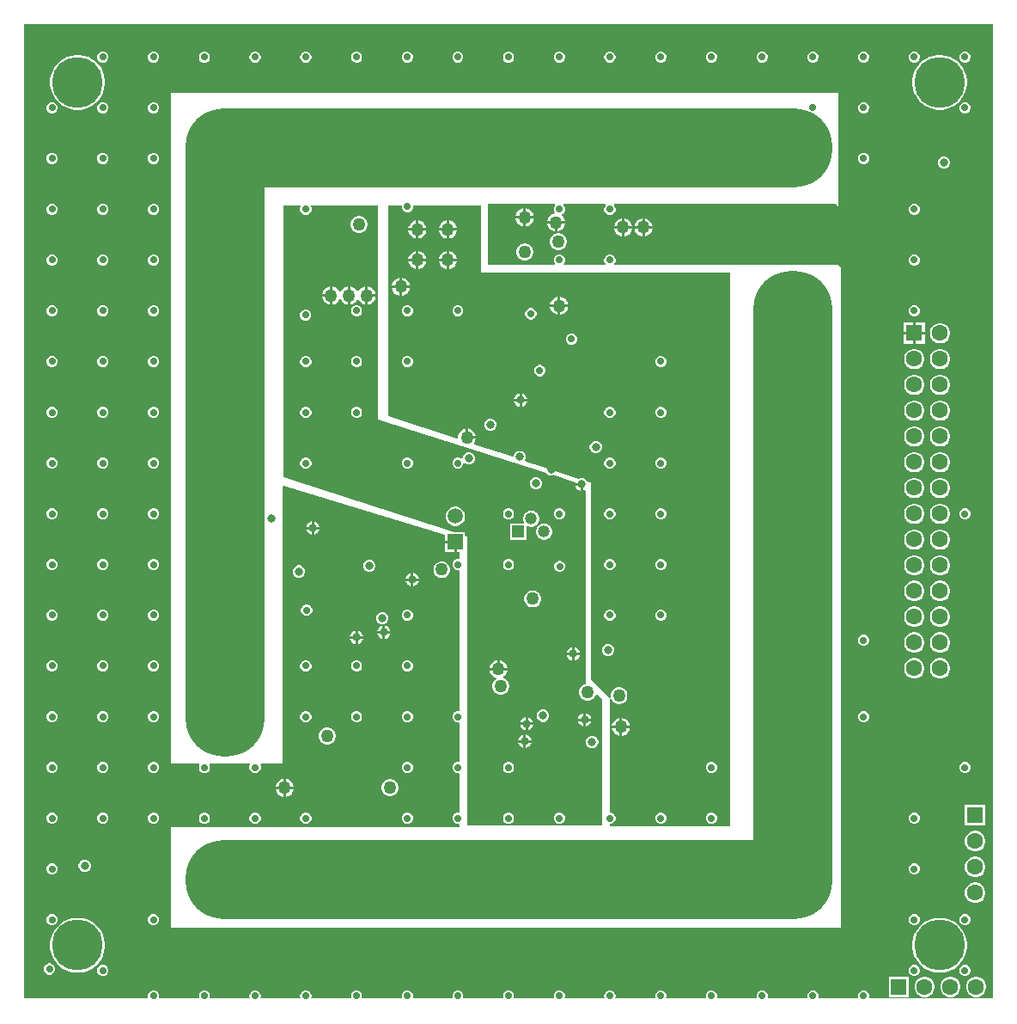
<source format=gbr>
%FSLAX23Y23*%
%MOIN*%
%SFA1B1*%

%IPPOS*%
%ADD44C,0.307090*%
%ADD45C,0.062990*%
%ADD46R,0.062990X0.062990*%
%ADD47C,0.196850*%
%ADD48C,0.059060*%
%ADD49R,0.059060X0.059060*%
%ADD50C,0.307090*%
%ADD51R,0.062990X0.062990*%
%ADD52C,0.046930*%
%ADD53R,0.046930X0.046930*%
%ADD54C,0.031500*%
%ADD55C,0.027560*%
%ADD56C,0.050000*%
%LNhumrigid1_copper_signal_bot-1*%
%LPD*%
G36*
X2076Y-1683D02*
X1598D01*
X1595Y-1678*
X1596Y-1677*
Y-1668*
X1593Y-1660*
X1587Y-1654*
X1579Y-1651*
X1570*
X1562Y-1654*
X1556Y-1660*
X1553Y-1668*
Y-1677*
X1553Y-1678*
X1550Y-1683*
X1401*
X1399Y-1678*
X1399Y-1677*
Y-1668*
X1396Y-1660*
X1390Y-1654*
X1382Y-1651*
X1373*
X1365Y-1654*
X1359Y-1660*
X1356Y-1668*
Y-1677*
X1356Y-1678*
X1354Y-1683*
X1204*
X1202Y-1678*
X1202Y-1677*
Y-1668*
X1199Y-1660*
X1193Y-1654*
X1185Y-1651*
X1176*
X1168Y-1654*
X1162Y-1660*
X1159Y-1668*
Y-1677*
X1160Y-1678*
X1157Y-1683*
X1008*
X1005Y-1678*
X1005Y-1677*
Y-1668*
X1002Y-1660*
X996Y-1654*
X988Y-1651*
X979*
X971Y-1654*
X965Y-1660*
X962Y-1668*
Y-1677*
X963Y-1678*
X960Y-1683*
X811*
X808Y-1678*
X809Y-1677*
Y-1668*
X805Y-1660*
X799Y-1654*
X791Y-1651*
X783*
X775Y-1654*
X769Y-1660*
X765Y-1668*
Y-1677*
X766Y-1678*
X763Y-1683*
X614*
X611Y-1678*
X612Y-1677*
Y-1668*
X608Y-1660*
X602Y-1654*
X594Y-1651*
X586*
X578Y-1654*
X572Y-1660*
X568Y-1668*
Y-1677*
X569Y-1678*
X566Y-1683*
X417*
X414Y-1678*
X415Y-1677*
Y-1668*
X412Y-1660*
X405Y-1654*
X398Y-1651*
X389*
X381Y-1654*
X375Y-1660*
X372Y-1668*
Y-1677*
X372Y-1678*
X369Y-1683*
X220*
X217Y-1678*
X218Y-1677*
Y-1668*
X215Y-1660*
X209Y-1654*
X201Y-1651*
X192*
X184Y-1654*
X178Y-1660*
X175Y-1668*
Y-1677*
X175Y-1678*
X172Y-1683*
X23*
X21Y-1678*
X21Y-1677*
Y-1668*
X18Y-1660*
X12Y-1654*
X4Y-1651*
X-4*
X-12Y-1654*
X-18Y-1660*
X-21Y-1668*
Y-1677*
X-21Y-1678*
X-23Y-1683*
X-172*
X-175Y-1678*
X-175Y-1677*
Y-1668*
X-178Y-1660*
X-184Y-1654*
X-192Y-1651*
X-201*
X-209Y-1654*
X-215Y-1660*
X-218Y-1668*
Y-1677*
X-217Y-1678*
X-220Y-1683*
X-369*
X-372Y-1678*
X-372Y-1677*
Y-1668*
X-375Y-1660*
X-381Y-1654*
X-389Y-1651*
X-398*
X-405Y-1654*
X-412Y-1660*
X-415Y-1668*
Y-1677*
X-414Y-1678*
X-417Y-1683*
X-566*
X-569Y-1678*
X-568Y-1677*
Y-1668*
X-572Y-1660*
X-578Y-1654*
X-586Y-1651*
X-594*
X-602Y-1654*
X-608Y-1660*
X-612Y-1668*
Y-1677*
X-611Y-1678*
X-614Y-1683*
X-763*
X-766Y-1678*
X-765Y-1677*
Y-1668*
X-769Y-1660*
X-775Y-1654*
X-783Y-1651*
X-791*
X-799Y-1654*
X-805Y-1660*
X-809Y-1668*
Y-1677*
X-808Y-1678*
X-811Y-1683*
X-960*
X-963Y-1678*
X-962Y-1677*
Y-1668*
X-965Y-1660*
X-971Y-1654*
X-979Y-1651*
X-988*
X-996Y-1654*
X-1002Y-1660*
X-1005Y-1668*
Y-1677*
X-1005Y-1678*
X-1008Y-1683*
X-1157*
X-1160Y-1678*
X-1159Y-1677*
Y-1668*
X-1162Y-1660*
X-1168Y-1654*
X-1176Y-1651*
X-1185*
X-1193Y-1654*
X-1199Y-1660*
X-1202Y-1668*
Y-1677*
X-1202Y-1678*
X-1204Y-1683*
X-1683*
Y2096*
X2076*
Y-1683*
G37*
%LNhumrigid1_copper_signal_bot-2*%
%LPC*%
G36*
X1972Y1990D02*
X1964D01*
X1956Y1986*
X1950Y1980*
X1946Y1972*
Y1964*
X1950Y1956*
X1956Y1950*
X1964Y1946*
X1972*
X1980Y1950*
X1986Y1956*
X1990Y1964*
Y1972*
X1986Y1980*
X1980Y1986*
X1972Y1990*
G37*
G36*
X1775D02*
X1767D01*
X1759Y1986*
X1753Y1980*
X1750Y1972*
Y1964*
X1753Y1956*
X1759Y1950*
X1767Y1946*
X1775*
X1783Y1950*
X1790Y1956*
X1793Y1964*
Y1972*
X1790Y1980*
X1783Y1986*
X1775Y1990*
G37*
G36*
X1579D02*
X1570D01*
X1562Y1986*
X1556Y1980*
X1553Y1972*
Y1964*
X1556Y1956*
X1562Y1950*
X1570Y1946*
X1579*
X1587Y1950*
X1593Y1956*
X1596Y1964*
Y1972*
X1593Y1980*
X1587Y1986*
X1579Y1990*
G37*
G36*
X1382D02*
X1373D01*
X1365Y1986*
X1359Y1980*
X1356Y1972*
Y1964*
X1359Y1956*
X1365Y1950*
X1373Y1946*
X1382*
X1390Y1950*
X1396Y1956*
X1399Y1964*
Y1972*
X1396Y1980*
X1390Y1986*
X1382Y1990*
G37*
G36*
X1185D02*
X1176D01*
X1168Y1986*
X1162Y1980*
X1159Y1972*
Y1964*
X1162Y1956*
X1168Y1950*
X1176Y1946*
X1185*
X1193Y1950*
X1199Y1956*
X1202Y1964*
Y1972*
X1199Y1980*
X1193Y1986*
X1185Y1990*
G37*
G36*
X988D02*
X979D01*
X971Y1986*
X965Y1980*
X962Y1972*
Y1964*
X965Y1956*
X971Y1950*
X979Y1946*
X988*
X996Y1950*
X1002Y1956*
X1005Y1964*
Y1972*
X1002Y1980*
X996Y1986*
X988Y1990*
G37*
G36*
X791D02*
X783D01*
X775Y1986*
X769Y1980*
X765Y1972*
Y1964*
X769Y1956*
X775Y1950*
X783Y1946*
X791*
X799Y1950*
X805Y1956*
X809Y1964*
Y1972*
X805Y1980*
X799Y1986*
X791Y1990*
G37*
G36*
X594D02*
X586D01*
X578Y1986*
X572Y1980*
X568Y1972*
Y1964*
X572Y1956*
X578Y1950*
X586Y1946*
X594*
X602Y1950*
X608Y1956*
X612Y1964*
Y1972*
X608Y1980*
X602Y1986*
X594Y1990*
G37*
G36*
X398D02*
X389D01*
X381Y1986*
X375Y1980*
X372Y1972*
Y1964*
X375Y1956*
X381Y1950*
X389Y1946*
X398*
X405Y1950*
X412Y1956*
X415Y1964*
Y1972*
X412Y1980*
X405Y1986*
X398Y1990*
G37*
G36*
X201D02*
X192D01*
X184Y1986*
X178Y1980*
X175Y1972*
Y1964*
X178Y1956*
X184Y1950*
X192Y1946*
X201*
X209Y1950*
X215Y1956*
X218Y1964*
Y1972*
X215Y1980*
X209Y1986*
X201Y1990*
G37*
G36*
X4D02*
X-4D01*
X-12Y1986*
X-18Y1980*
X-21Y1972*
Y1964*
X-18Y1956*
X-12Y1950*
X-4Y1946*
X4*
X12Y1950*
X18Y1956*
X21Y1964*
Y1972*
X18Y1980*
X12Y1986*
X4Y1990*
G37*
G36*
X-192D02*
X-201D01*
X-209Y1986*
X-215Y1980*
X-218Y1972*
Y1964*
X-215Y1956*
X-209Y1950*
X-201Y1946*
X-192*
X-184Y1950*
X-178Y1956*
X-175Y1964*
Y1972*
X-178Y1980*
X-184Y1986*
X-192Y1990*
G37*
G36*
X-389D02*
X-398D01*
X-405Y1986*
X-412Y1980*
X-415Y1972*
Y1964*
X-412Y1956*
X-405Y1950*
X-398Y1946*
X-389*
X-381Y1950*
X-375Y1956*
X-372Y1964*
Y1972*
X-375Y1980*
X-381Y1986*
X-389Y1990*
G37*
G36*
X-586D02*
X-594D01*
X-602Y1986*
X-608Y1980*
X-612Y1972*
Y1964*
X-608Y1956*
X-602Y1950*
X-594Y1946*
X-586*
X-578Y1950*
X-572Y1956*
X-568Y1964*
Y1972*
X-572Y1980*
X-578Y1986*
X-586Y1990*
G37*
G36*
X-783D02*
X-791D01*
X-799Y1986*
X-805Y1980*
X-809Y1972*
Y1964*
X-805Y1956*
X-799Y1950*
X-791Y1946*
X-783*
X-775Y1950*
X-769Y1956*
X-765Y1964*
Y1972*
X-769Y1980*
X-775Y1986*
X-783Y1990*
G37*
G36*
X-979D02*
X-988D01*
X-996Y1986*
X-1002Y1980*
X-1005Y1972*
Y1964*
X-1002Y1956*
X-996Y1950*
X-988Y1946*
X-979*
X-971Y1950*
X-965Y1956*
X-962Y1964*
Y1972*
X-965Y1980*
X-971Y1986*
X-979Y1990*
G37*
G36*
X-1176D02*
X-1185D01*
X-1193Y1986*
X-1199Y1980*
X-1202Y1972*
Y1964*
X-1199Y1956*
X-1193Y1950*
X-1185Y1946*
X-1176*
X-1168Y1950*
X-1162Y1956*
X-1159Y1964*
Y1972*
X-1162Y1980*
X-1168Y1986*
X-1176Y1990*
G37*
G36*
X-1373D02*
X-1382D01*
X-1390Y1986*
X-1396Y1980*
X-1399Y1972*
Y1964*
X-1396Y1956*
X-1390Y1950*
X-1382Y1946*
X-1373*
X-1365Y1950*
X-1359Y1956*
X-1356Y1964*
Y1972*
X-1359Y1980*
X-1365Y1986*
X-1373Y1990*
G37*
G36*
X1878Y1976D02*
X1861D01*
X1845Y1973*
X1829Y1968*
X1814Y1960*
X1800Y1951*
X1789Y1939*
X1779Y1925*
X1771Y1910*
X1766Y1894*
X1763Y1878*
Y1861*
X1766Y1845*
X1771Y1829*
X1779Y1814*
X1789Y1800*
X1800Y1789*
X1814Y1779*
X1829Y1771*
X1845Y1766*
X1861Y1763*
X1878*
X1894Y1766*
X1910Y1771*
X1925Y1779*
X1939Y1789*
X1951Y1800*
X1960Y1814*
X1968Y1829*
X1973Y1845*
X1976Y1861*
Y1878*
X1973Y1894*
X1968Y1910*
X1960Y1925*
X1951Y1939*
X1939Y1951*
X1925Y1960*
X1910Y1968*
X1894Y1973*
X1878Y1976*
G37*
G36*
X-1468D02*
X-1484D01*
X-1501Y1973*
X-1517Y1968*
X-1532Y1960*
X-1545Y1951*
X-1557Y1939*
X-1567Y1925*
X-1574Y1910*
X-1580Y1894*
X-1582Y1878*
Y1861*
X-1580Y1845*
X-1574Y1829*
X-1567Y1814*
X-1557Y1800*
X-1545Y1789*
X-1532Y1779*
X-1517Y1771*
X-1501Y1766*
X-1484Y1763*
X-1468*
X-1451Y1766*
X-1435Y1771*
X-1420Y1779*
X-1407Y1789*
X-1395Y1800*
X-1385Y1814*
X-1377Y1829*
X-1372Y1845*
X-1370Y1861*
Y1878*
X-1372Y1894*
X-1377Y1910*
X-1385Y1925*
X-1395Y1939*
X-1407Y1951*
X-1420Y1960*
X-1435Y1968*
X-1451Y1973*
X-1468Y1976*
G37*
G36*
X1972Y1793D02*
X1964D01*
X1956Y1790*
X1950Y1783*
X1946Y1775*
Y1767*
X1950Y1759*
X1956Y1753*
X1964Y1750*
X1972*
X1980Y1753*
X1986Y1759*
X1990Y1767*
Y1775*
X1986Y1783*
X1980Y1790*
X1972Y1793*
G37*
G36*
X1579D02*
X1570D01*
X1562Y1790*
X1556Y1783*
X1553Y1775*
Y1767*
X1556Y1759*
X1562Y1753*
X1570Y1750*
X1579*
X1587Y1753*
X1593Y1759*
X1596Y1767*
Y1775*
X1593Y1783*
X1587Y1790*
X1579Y1793*
G37*
G36*
X-1176D02*
X-1185D01*
X-1193Y1790*
X-1199Y1783*
X-1202Y1775*
Y1767*
X-1199Y1759*
X-1193Y1753*
X-1185Y1750*
X-1176*
X-1168Y1753*
X-1162Y1759*
X-1159Y1767*
Y1775*
X-1162Y1783*
X-1168Y1790*
X-1176Y1793*
G37*
G36*
X-1373D02*
X-1382D01*
X-1390Y1790*
X-1396Y1783*
X-1399Y1775*
Y1767*
X-1396Y1759*
X-1390Y1753*
X-1382Y1750*
X-1373*
X-1365Y1753*
X-1359Y1759*
X-1356Y1767*
Y1775*
X-1359Y1783*
X-1365Y1790*
X-1373Y1793*
G37*
G36*
X-1570D02*
X-1579D01*
X-1587Y1790*
X-1593Y1783*
X-1596Y1775*
Y1767*
X-1593Y1759*
X-1587Y1753*
X-1579Y1750*
X-1570*
X-1562Y1753*
X-1556Y1759*
X-1553Y1767*
Y1775*
X-1556Y1783*
X-1562Y1790*
X-1570Y1793*
G37*
G36*
X1579Y1596D02*
X1570D01*
X1562Y1593*
X1556Y1587*
X1553Y1579*
Y1570*
X1556Y1562*
X1562Y1556*
X1570Y1553*
X1579*
X1587Y1556*
X1593Y1562*
X1596Y1570*
Y1579*
X1593Y1587*
X1587Y1593*
X1579Y1596*
G37*
G36*
X-1176D02*
X-1185D01*
X-1193Y1593*
X-1199Y1587*
X-1202Y1579*
Y1570*
X-1199Y1562*
X-1193Y1556*
X-1185Y1553*
X-1176*
X-1168Y1556*
X-1162Y1562*
X-1159Y1570*
Y1579*
X-1162Y1587*
X-1168Y1593*
X-1176Y1596*
G37*
G36*
X-1373D02*
X-1382D01*
X-1390Y1593*
X-1396Y1587*
X-1399Y1579*
Y1570*
X-1396Y1562*
X-1390Y1556*
X-1382Y1553*
X-1373*
X-1365Y1556*
X-1359Y1562*
X-1356Y1570*
Y1579*
X-1359Y1587*
X-1365Y1593*
X-1373Y1596*
G37*
G36*
X-1570D02*
X-1579D01*
X-1587Y1593*
X-1593Y1587*
X-1596Y1579*
Y1570*
X-1593Y1562*
X-1587Y1556*
X-1579Y1553*
X-1570*
X-1562Y1556*
X-1556Y1562*
X-1553Y1570*
Y1579*
X-1556Y1587*
X-1562Y1593*
X-1570Y1596*
G37*
G36*
X1890Y1582D02*
X1881D01*
X1872Y1579*
X1865Y1572*
X1862Y1563*
Y1554*
X1865Y1545*
X1872Y1539*
X1881Y1535*
X1890*
X1899Y1539*
X1905Y1545*
X1909Y1554*
Y1563*
X1905Y1572*
X1899Y1579*
X1890Y1582*
G37*
G36*
X1476Y1830D02*
X-1112D01*
Y-771*
X-1005*
X-1003Y-776*
X-1005Y-783*
Y-791*
X-1002Y-799*
X-996Y-805*
X-988Y-809*
X-979*
X-971Y-805*
X-965Y-799*
X-962Y-791*
Y-783*
X-965Y-776*
X-962Y-771*
X-808*
X-806Y-776*
X-809Y-783*
Y-791*
X-805Y-799*
X-799Y-805*
X-791Y-809*
X-783*
X-775Y-805*
X-769Y-799*
X-765Y-791*
Y-783*
X-768Y-776*
X-765Y-771*
X-681*
Y302*
X-677Y305*
X-49Y115*
Y93*
X-9*
Y88*
X-4*
Y49*
X7*
Y24*
X4Y21*
X-4*
X-12Y18*
X-18Y12*
X-21Y4*
Y-4*
X-18Y-12*
X-12Y-18*
X-4Y-21*
X4*
X7Y-24*
Y-566*
X4Y-568*
X-4*
X-12Y-572*
X-18Y-578*
X-21Y-586*
Y-594*
X-18Y-602*
X-12Y-608*
X-4Y-612*
X4*
X7Y-614*
Y-763*
X4Y-765*
X-4*
X-12Y-769*
X-18Y-775*
X-21Y-783*
Y-791*
X-18Y-799*
X-12Y-805*
X-4Y-809*
X4*
X7Y-811*
Y-960*
X4Y-962*
X-4*
X-12Y-965*
X-18Y-971*
X-21Y-979*
Y-988*
X-18Y-996*
X-12Y-1002*
X-4Y-1005*
X4*
X7Y-1008*
Y-1019*
X-1112*
Y-1407*
X1486*
Y1151*
X1476Y1161*
X608*
X606Y1166*
X608Y1168*
X612Y1176*
Y1185*
X608Y1193*
X602Y1199*
X594Y1202*
X586*
X578Y1199*
X572Y1193*
X568Y1185*
Y1176*
X572Y1168*
X574Y1166*
X572Y1161*
X411*
X409Y1166*
X412Y1168*
X415Y1176*
Y1185*
X412Y1193*
X405Y1199*
X398Y1202*
X389*
X381Y1199*
X375Y1193*
X372Y1185*
Y1176*
X375Y1168*
X377Y1166*
X375Y1161*
X118*
Y1397*
X375*
X377Y1392*
X375Y1390*
X372Y1382*
Y1373*
X375Y1366*
X374Y1364*
X373Y1360*
X368Y1359*
X360Y1354*
X353Y1348*
X349Y1340*
X346Y1331*
X416*
X414Y1340*
X409Y1348*
X404Y1353*
X404Y1359*
X405Y1359*
X412Y1365*
X415Y1373*
Y1382*
X412Y1390*
X409Y1392*
X411Y1397*
X572*
X574Y1392*
X572Y1390*
X568Y1382*
Y1373*
X572Y1365*
X578Y1359*
X586Y1356*
X594*
X602Y1359*
X608Y1365*
X612Y1373*
Y1382*
X608Y1390*
X606Y1392*
X608Y1397*
X1466*
X1476Y1387*
Y1830*
G37*
G36*
X1775Y1399D02*
X1767D01*
X1759Y1396*
X1753Y1390*
X1750Y1382*
Y1373*
X1753Y1365*
X1759Y1359*
X1767Y1356*
X1775*
X1783Y1359*
X1790Y1365*
X1793Y1373*
Y1382*
X1790Y1390*
X1783Y1396*
X1775Y1399*
G37*
G36*
X-1176D02*
X-1185D01*
X-1193Y1396*
X-1199Y1390*
X-1202Y1382*
Y1373*
X-1199Y1365*
X-1193Y1359*
X-1185Y1356*
X-1176*
X-1168Y1359*
X-1162Y1365*
X-1159Y1373*
Y1382*
X-1162Y1390*
X-1168Y1396*
X-1176Y1399*
G37*
G36*
X-1373D02*
X-1382D01*
X-1390Y1396*
X-1396Y1390*
X-1399Y1382*
Y1373*
X-1396Y1365*
X-1390Y1359*
X-1382Y1356*
X-1373*
X-1365Y1359*
X-1359Y1365*
X-1356Y1373*
Y1382*
X-1359Y1390*
X-1365Y1396*
X-1373Y1399*
G37*
G36*
X-1570D02*
X-1579D01*
X-1587Y1396*
X-1593Y1390*
X-1596Y1382*
Y1373*
X-1593Y1365*
X-1587Y1359*
X-1579Y1356*
X-1570*
X-1562Y1359*
X-1556Y1365*
X-1553Y1373*
Y1382*
X-1556Y1390*
X-1562Y1396*
X-1570Y1399*
G37*
G36*
X264Y1381D02*
Y1351D01*
X294*
X292Y1359*
X287Y1367*
X281Y1374*
X273Y1379*
X264Y1381*
G37*
G36*
X254D02*
X246Y1379D01*
X238Y1374*
X231Y1367*
X227Y1359*
X224Y1351*
X254*
Y1381*
G37*
G36*
X725Y1341D02*
Y1312D01*
X755*
X753Y1320*
X748Y1328*
X741Y1335*
X733Y1339*
X725Y1341*
G37*
G36*
X715D02*
X706Y1339D01*
X698Y1335*
X692Y1328*
X687Y1320*
X685Y1312*
X715*
Y1341*
G37*
G36*
X646D02*
Y1312D01*
X676*
X674Y1320*
X669Y1328*
X663Y1335*
X655Y1339*
X646Y1341*
G37*
G36*
X636D02*
X628Y1339D01*
X620Y1335*
X613Y1328*
X609Y1320*
X606Y1312*
X636*
Y1341*
G37*
G36*
X294Y1341D02*
X264D01*
Y1311*
X273Y1313*
X281Y1318*
X287Y1324*
X292Y1332*
X294Y1341*
G37*
G36*
X254D02*
X224D01*
X227Y1332*
X231Y1324*
X238Y1318*
X246Y1313*
X254Y1311*
Y1341*
G37*
G36*
X416Y1321D02*
X386D01*
Y1291*
X395Y1294*
X403Y1298*
X409Y1305*
X414Y1313*
X416Y1321*
G37*
G36*
X376D02*
X346D01*
X349Y1313*
X353Y1305*
X360Y1298*
X368Y1294*
X376Y1291*
Y1321*
G37*
G36*
X755Y1302D02*
X725D01*
Y1272*
X733Y1274*
X741Y1279*
X748Y1285*
X753Y1293*
X755Y1302*
G37*
G36*
X715D02*
X685D01*
X687Y1293*
X692Y1285*
X698Y1279*
X706Y1274*
X715Y1272*
Y1302*
G37*
G36*
X676D02*
X646D01*
Y1272*
X655Y1274*
X663Y1279*
X669Y1285*
X674Y1293*
X676Y1302*
G37*
G36*
X636D02*
X606D01*
X609Y1293*
X613Y1285*
X620Y1279*
X628Y1274*
X636Y1272*
Y1302*
G37*
G36*
X394Y1284D02*
X385D01*
X377Y1282*
X369Y1278*
X363Y1272*
X359Y1264*
X356Y1256*
Y1247*
X359Y1239*
X363Y1231*
X369Y1225*
X377Y1221*
X385Y1219*
X394*
X402Y1221*
X409Y1225*
X416Y1231*
X420Y1239*
X422Y1247*
Y1256*
X420Y1264*
X416Y1272*
X409Y1278*
X402Y1282*
X394Y1284*
G37*
G36*
X264Y1245D02*
X255D01*
X247Y1243*
X239Y1238*
X233Y1232*
X229Y1225*
X226Y1216*
Y1208*
X229Y1199*
X233Y1192*
X239Y1186*
X247Y1181*
X255Y1179*
X264*
X272Y1181*
X280Y1186*
X286Y1192*
X290Y1199*
X292Y1208*
Y1216*
X290Y1225*
X286Y1232*
X280Y1238*
X272Y1243*
X264Y1245*
G37*
G36*
X1775Y1202D02*
X1767D01*
X1759Y1199*
X1753Y1193*
X1750Y1185*
Y1176*
X1753Y1168*
X1759Y1162*
X1767Y1159*
X1775*
X1783Y1162*
X1790Y1168*
X1793Y1176*
Y1185*
X1790Y1193*
X1783Y1199*
X1775Y1202*
G37*
G36*
X-1176D02*
X-1185D01*
X-1193Y1199*
X-1199Y1193*
X-1202Y1185*
Y1176*
X-1199Y1168*
X-1193Y1162*
X-1185Y1159*
X-1176*
X-1168Y1162*
X-1162Y1168*
X-1159Y1176*
Y1185*
X-1162Y1193*
X-1168Y1199*
X-1176Y1202*
G37*
G36*
X-1373D02*
X-1382D01*
X-1390Y1199*
X-1396Y1193*
X-1399Y1185*
Y1176*
X-1396Y1168*
X-1390Y1162*
X-1382Y1159*
X-1373*
X-1365Y1162*
X-1359Y1168*
X-1356Y1176*
Y1185*
X-1359Y1193*
X-1365Y1199*
X-1373Y1202*
G37*
G36*
X-1570D02*
X-1579D01*
X-1587Y1199*
X-1593Y1193*
X-1596Y1185*
Y1176*
X-1593Y1168*
X-1587Y1162*
X-1579Y1159*
X-1570*
X-1562Y1162*
X-1556Y1168*
X-1553Y1176*
Y1185*
X-1556Y1193*
X-1562Y1199*
X-1570Y1202*
G37*
G36*
X1775Y1005D02*
X1767D01*
X1759Y1002*
X1753Y996*
X1750Y988*
Y979*
X1753Y971*
X1759Y965*
X1767Y962*
X1775*
X1783Y965*
X1790Y971*
X1793Y979*
Y988*
X1790Y996*
X1783Y1002*
X1775Y1005*
G37*
G36*
X-1176D02*
X-1185D01*
X-1193Y1002*
X-1199Y996*
X-1202Y988*
Y979*
X-1199Y971*
X-1193Y965*
X-1185Y962*
X-1176*
X-1168Y965*
X-1162Y971*
X-1159Y979*
Y988*
X-1162Y996*
X-1168Y1002*
X-1176Y1005*
G37*
G36*
X-1373D02*
X-1382D01*
X-1390Y1002*
X-1396Y996*
X-1399Y988*
Y979*
X-1396Y971*
X-1390Y965*
X-1382Y962*
X-1373*
X-1365Y965*
X-1359Y971*
X-1356Y979*
Y988*
X-1359Y996*
X-1365Y1002*
X-1373Y1005*
G37*
G36*
X-1570D02*
X-1579D01*
X-1587Y1002*
X-1593Y996*
X-1596Y988*
Y979*
X-1593Y971*
X-1587Y965*
X-1579Y962*
X-1570*
X-1562Y965*
X-1556Y971*
X-1553Y979*
Y988*
X-1556Y996*
X-1562Y1002*
X-1570Y1005*
G37*
G36*
X1813Y938D02*
X1776D01*
Y902*
X1813*
Y938*
G37*
G36*
X1766D02*
X1730D01*
Y902*
X1766*
Y938*
G37*
G36*
X1876Y936D02*
X1866D01*
X1856Y933*
X1847Y928*
X1840Y921*
X1834Y912*
X1832Y902*
Y891*
X1834Y881*
X1840Y872*
X1847Y865*
X1856Y860*
X1866Y857*
X1876*
X1886Y860*
X1895Y865*
X1903Y872*
X1908Y881*
X1911Y891*
Y902*
X1908Y912*
X1903Y921*
X1895Y928*
X1886Y933*
X1876Y936*
G37*
G36*
X1813Y892D02*
X1776D01*
Y855*
X1813*
Y892*
G37*
G36*
X1766D02*
X1730D01*
Y855*
X1766*
Y892*
G37*
G36*
X-1176Y809D02*
X-1185D01*
X-1193Y805*
X-1199Y799*
X-1202Y791*
Y783*
X-1199Y775*
X-1193Y769*
X-1185Y765*
X-1176*
X-1168Y769*
X-1162Y775*
X-1159Y783*
Y791*
X-1162Y799*
X-1168Y805*
X-1176Y809*
G37*
G36*
X-1373D02*
X-1382D01*
X-1390Y805*
X-1396Y799*
X-1399Y791*
Y783*
X-1396Y775*
X-1390Y769*
X-1382Y765*
X-1373*
X-1365Y769*
X-1359Y775*
X-1356Y783*
Y791*
X-1359Y799*
X-1365Y805*
X-1373Y809*
G37*
G36*
X-1570D02*
X-1579D01*
X-1587Y805*
X-1593Y799*
X-1596Y791*
Y783*
X-1593Y775*
X-1587Y769*
X-1579Y765*
X-1570*
X-1562Y769*
X-1556Y775*
X-1553Y783*
Y791*
X-1556Y799*
X-1562Y805*
X-1570Y809*
G37*
G36*
X1876Y836D02*
X1866D01*
X1856Y833*
X1847Y828*
X1840Y821*
X1834Y812*
X1832Y802*
Y791*
X1834Y781*
X1840Y772*
X1847Y765*
X1856Y760*
X1866Y757*
X1876*
X1886Y760*
X1895Y765*
X1903Y772*
X1908Y781*
X1911Y791*
Y802*
X1908Y812*
X1903Y821*
X1895Y828*
X1886Y833*
X1876Y836*
G37*
G36*
X1776D02*
X1766D01*
X1756Y833*
X1747Y828*
X1740Y821*
X1734Y812*
X1732Y802*
Y791*
X1734Y781*
X1740Y772*
X1747Y765*
X1756Y760*
X1766Y757*
X1776*
X1786Y760*
X1795Y765*
X1803Y772*
X1808Y781*
X1811Y791*
Y802*
X1808Y812*
X1803Y821*
X1795Y828*
X1786Y833*
X1776Y836*
G37*
G36*
X1876Y736D02*
X1866D01*
X1856Y733*
X1847Y728*
X1840Y721*
X1834Y712*
X1832Y702*
Y691*
X1834Y681*
X1840Y672*
X1847Y665*
X1856Y660*
X1866Y657*
X1876*
X1886Y660*
X1895Y665*
X1903Y672*
X1908Y681*
X1911Y691*
Y702*
X1908Y712*
X1903Y721*
X1895Y728*
X1886Y733*
X1876Y736*
G37*
G36*
X1776D02*
X1766D01*
X1756Y733*
X1747Y728*
X1740Y721*
X1734Y712*
X1732Y702*
Y691*
X1734Y681*
X1740Y672*
X1747Y665*
X1756Y660*
X1766Y657*
X1776*
X1786Y660*
X1795Y665*
X1803Y672*
X1808Y681*
X1811Y691*
Y702*
X1808Y712*
X1803Y721*
X1795Y728*
X1786Y733*
X1776Y736*
G37*
G36*
X-1176Y612D02*
X-1185D01*
X-1193Y608*
X-1199Y602*
X-1202Y594*
Y586*
X-1199Y578*
X-1193Y572*
X-1185Y568*
X-1176*
X-1168Y572*
X-1162Y578*
X-1159Y586*
Y594*
X-1162Y602*
X-1168Y608*
X-1176Y612*
G37*
G36*
X-1373D02*
X-1382D01*
X-1390Y608*
X-1396Y602*
X-1399Y594*
Y586*
X-1396Y578*
X-1390Y572*
X-1382Y568*
X-1373*
X-1365Y572*
X-1359Y578*
X-1356Y586*
Y594*
X-1359Y602*
X-1365Y608*
X-1373Y612*
G37*
G36*
X-1570D02*
X-1579D01*
X-1587Y608*
X-1593Y602*
X-1596Y594*
Y586*
X-1593Y578*
X-1587Y572*
X-1579Y568*
X-1570*
X-1562Y572*
X-1556Y578*
X-1553Y586*
Y594*
X-1556Y602*
X-1562Y608*
X-1570Y612*
G37*
G36*
X1876Y636D02*
X1866D01*
X1856Y633*
X1847Y628*
X1840Y621*
X1834Y612*
X1832Y602*
Y591*
X1834Y581*
X1840Y572*
X1847Y565*
X1856Y560*
X1866Y557*
X1876*
X1886Y560*
X1895Y565*
X1903Y572*
X1908Y581*
X1911Y591*
Y602*
X1908Y612*
X1903Y621*
X1895Y628*
X1886Y633*
X1876Y636*
G37*
G36*
X1776D02*
X1766D01*
X1756Y633*
X1747Y628*
X1740Y621*
X1734Y612*
X1732Y602*
Y591*
X1734Y581*
X1740Y572*
X1747Y565*
X1756Y560*
X1766Y557*
X1776*
X1786Y560*
X1795Y565*
X1803Y572*
X1808Y581*
X1811Y591*
Y602*
X1808Y612*
X1803Y621*
X1795Y628*
X1786Y633*
X1776Y636*
G37*
G36*
X1876Y536D02*
X1866D01*
X1856Y533*
X1847Y528*
X1840Y521*
X1834Y512*
X1832Y502*
Y491*
X1834Y481*
X1840Y472*
X1847Y465*
X1856Y460*
X1866Y457*
X1876*
X1886Y460*
X1895Y465*
X1903Y472*
X1908Y481*
X1911Y491*
Y502*
X1908Y512*
X1903Y521*
X1895Y528*
X1886Y533*
X1876Y536*
G37*
G36*
X1776D02*
X1766D01*
X1756Y533*
X1747Y528*
X1740Y521*
X1734Y512*
X1732Y502*
Y491*
X1734Y481*
X1740Y472*
X1747Y465*
X1756Y460*
X1766Y457*
X1776*
X1786Y460*
X1795Y465*
X1803Y472*
X1808Y481*
X1811Y491*
Y502*
X1808Y512*
X1803Y521*
X1795Y528*
X1786Y533*
X1776Y536*
G37*
G36*
X-1176Y415D02*
X-1185D01*
X-1193Y412*
X-1199Y405*
X-1202Y398*
Y389*
X-1199Y381*
X-1193Y375*
X-1185Y372*
X-1176*
X-1168Y375*
X-1162Y381*
X-1159Y389*
Y398*
X-1162Y405*
X-1168Y412*
X-1176Y415*
G37*
G36*
X-1373D02*
X-1382D01*
X-1390Y412*
X-1396Y405*
X-1399Y398*
Y389*
X-1396Y381*
X-1390Y375*
X-1382Y372*
X-1373*
X-1365Y375*
X-1359Y381*
X-1356Y389*
Y398*
X-1359Y405*
X-1365Y412*
X-1373Y415*
G37*
G36*
X-1570D02*
X-1579D01*
X-1587Y412*
X-1593Y405*
X-1596Y398*
Y389*
X-1593Y381*
X-1587Y375*
X-1579Y372*
X-1570*
X-1562Y375*
X-1556Y381*
X-1553Y389*
Y398*
X-1556Y405*
X-1562Y412*
X-1570Y415*
G37*
G36*
X1876Y436D02*
X1866D01*
X1856Y433*
X1847Y428*
X1840Y421*
X1834Y412*
X1832Y402*
Y391*
X1834Y381*
X1840Y372*
X1847Y365*
X1856Y360*
X1866Y357*
X1876*
X1886Y360*
X1895Y365*
X1903Y372*
X1908Y381*
X1911Y391*
Y402*
X1908Y412*
X1903Y421*
X1895Y428*
X1886Y433*
X1876Y436*
G37*
G36*
X1776D02*
X1766D01*
X1756Y433*
X1747Y428*
X1740Y421*
X1734Y412*
X1732Y402*
Y391*
X1734Y381*
X1740Y372*
X1747Y365*
X1756Y360*
X1766Y357*
X1776*
X1786Y360*
X1795Y365*
X1803Y372*
X1808Y381*
X1811Y391*
Y402*
X1808Y412*
X1803Y421*
X1795Y428*
X1786Y433*
X1776Y436*
G37*
G36*
X1876Y336D02*
X1866D01*
X1856Y333*
X1847Y328*
X1840Y321*
X1834Y312*
X1832Y302*
Y291*
X1834Y281*
X1840Y272*
X1847Y265*
X1856Y260*
X1866Y257*
X1876*
X1886Y260*
X1895Y265*
X1903Y272*
X1908Y281*
X1911Y291*
Y302*
X1908Y312*
X1903Y321*
X1895Y328*
X1886Y333*
X1876Y336*
G37*
G36*
X1776D02*
X1766D01*
X1756Y333*
X1747Y328*
X1740Y321*
X1734Y312*
X1732Y302*
Y291*
X1734Y281*
X1740Y272*
X1747Y265*
X1756Y260*
X1766Y257*
X1776*
X1786Y260*
X1795Y265*
X1803Y272*
X1808Y281*
X1811Y291*
Y302*
X1808Y312*
X1803Y321*
X1795Y328*
X1786Y333*
X1776Y336*
G37*
G36*
X1972Y218D02*
X1964D01*
X1956Y215*
X1950Y209*
X1946Y201*
Y192*
X1950Y184*
X1956Y178*
X1964Y175*
X1972*
X1980Y178*
X1986Y184*
X1990Y192*
Y201*
X1986Y209*
X1980Y215*
X1972Y218*
G37*
G36*
X-1176D02*
X-1185D01*
X-1193Y215*
X-1199Y209*
X-1202Y201*
Y192*
X-1199Y184*
X-1193Y178*
X-1185Y175*
X-1176*
X-1168Y178*
X-1162Y184*
X-1159Y192*
Y201*
X-1162Y209*
X-1168Y215*
X-1176Y218*
G37*
G36*
X-1373D02*
X-1382D01*
X-1390Y215*
X-1396Y209*
X-1399Y201*
Y192*
X-1396Y184*
X-1390Y178*
X-1382Y175*
X-1373*
X-1365Y178*
X-1359Y184*
X-1356Y192*
Y201*
X-1359Y209*
X-1365Y215*
X-1373Y218*
G37*
G36*
X-1570D02*
X-1579D01*
X-1587Y215*
X-1593Y209*
X-1596Y201*
Y192*
X-1593Y184*
X-1587Y178*
X-1579Y175*
X-1570*
X-1562Y178*
X-1556Y184*
X-1553Y192*
Y201*
X-1556Y209*
X-1562Y215*
X-1570Y218*
G37*
G36*
X1876Y236D02*
X1866D01*
X1856Y233*
X1847Y228*
X1840Y221*
X1834Y212*
X1832Y202*
Y191*
X1834Y181*
X1840Y172*
X1847Y165*
X1856Y160*
X1866Y157*
X1876*
X1886Y160*
X1895Y165*
X1903Y172*
X1908Y181*
X1911Y191*
Y202*
X1908Y212*
X1903Y221*
X1895Y228*
X1886Y233*
X1876Y236*
G37*
G36*
X1776D02*
X1766D01*
X1756Y233*
X1747Y228*
X1740Y221*
X1734Y212*
X1732Y202*
Y191*
X1734Y181*
X1740Y172*
X1747Y165*
X1756Y160*
X1766Y157*
X1776*
X1786Y160*
X1795Y165*
X1803Y172*
X1808Y181*
X1811Y191*
Y202*
X1808Y212*
X1803Y221*
X1795Y228*
X1786Y233*
X1776Y236*
G37*
G36*
X-557Y167D02*
Y146D01*
X-537*
X-539Y151*
X-542Y157*
X-547Y162*
X-553Y165*
X-557Y167*
G37*
G36*
X-567D02*
X-572Y165D01*
X-578Y162*
X-583Y157*
X-586Y151*
X-588Y146*
X-567*
Y167*
G37*
G36*
X-537Y136D02*
X-557D01*
Y116*
X-553Y117*
X-547Y121*
X-542Y125*
X-539Y131*
X-537Y136*
G37*
G36*
X-567D02*
X-588D01*
X-586Y131*
X-583Y125*
X-578Y121*
X-572Y117*
X-567Y116*
Y136*
G37*
G36*
X1876Y136D02*
X1866D01*
X1856Y133*
X1847Y128*
X1840Y121*
X1834Y112*
X1832Y102*
Y91*
X1834Y81*
X1840Y72*
X1847Y65*
X1856Y60*
X1866Y57*
X1876*
X1886Y60*
X1895Y65*
X1903Y72*
X1908Y81*
X1911Y91*
Y102*
X1908Y112*
X1903Y121*
X1895Y128*
X1886Y133*
X1876Y136*
G37*
G36*
X1776D02*
X1766D01*
X1756Y133*
X1747Y128*
X1740Y121*
X1734Y112*
X1732Y102*
Y91*
X1734Y81*
X1740Y72*
X1747Y65*
X1756Y60*
X1766Y57*
X1776*
X1786Y60*
X1795Y65*
X1803Y72*
X1808Y81*
X1811Y91*
Y102*
X1808Y112*
X1803Y121*
X1795Y128*
X1786Y133*
X1776Y136*
G37*
G36*
X-14Y83D02*
X-49D01*
Y49*
X-14*
Y83*
G37*
G36*
X-1176Y21D02*
X-1185D01*
X-1193Y18*
X-1199Y12*
X-1202Y4*
Y-4*
X-1199Y-12*
X-1193Y-18*
X-1185Y-21*
X-1176*
X-1168Y-18*
X-1162Y-12*
X-1159Y-4*
Y4*
X-1162Y12*
X-1168Y18*
X-1176Y21*
G37*
G36*
X-1373D02*
X-1382D01*
X-1390Y18*
X-1396Y12*
X-1399Y4*
Y-4*
X-1396Y-12*
X-1390Y-18*
X-1382Y-21*
X-1373*
X-1365Y-18*
X-1359Y-12*
X-1356Y-4*
Y4*
X-1359Y12*
X-1365Y18*
X-1373Y21*
G37*
G36*
X-1570D02*
X-1579D01*
X-1587Y18*
X-1593Y12*
X-1596Y4*
Y-4*
X-1593Y-12*
X-1587Y-18*
X-1579Y-21*
X-1570*
X-1562Y-18*
X-1556Y-12*
X-1553Y-4*
Y4*
X-1556Y12*
X-1562Y18*
X-1570Y21*
G37*
G36*
X-338Y18D02*
X-348D01*
X-356Y15*
X-363Y8*
X-367Y0*
Y-9*
X-363Y-18*
X-356Y-25*
X-348Y-28*
X-338*
X-330Y-25*
X-323Y-18*
X-319Y-9*
Y0*
X-323Y8*
X-330Y15*
X-338Y18*
G37*
G36*
X1876Y36D02*
X1866D01*
X1856Y33*
X1847Y28*
X1840Y21*
X1834Y12*
X1832Y2*
Y-8*
X1834Y-18*
X1840Y-27*
X1847Y-34*
X1856Y-39*
X1866Y-42*
X1876*
X1886Y-39*
X1895Y-34*
X1903Y-27*
X1908Y-18*
X1911Y-8*
Y2*
X1908Y12*
X1903Y21*
X1895Y28*
X1886Y33*
X1876Y36*
G37*
G36*
X1776D02*
X1766D01*
X1756Y33*
X1747Y28*
X1740Y21*
X1734Y12*
X1732Y2*
Y-8*
X1734Y-18*
X1740Y-27*
X1747Y-34*
X1756Y-39*
X1766Y-42*
X1776*
X1786Y-39*
X1795Y-34*
X1803Y-27*
X1808Y-18*
X1811Y-8*
Y2*
X1808Y12*
X1803Y21*
X1795Y28*
X1786Y33*
X1776Y36*
G37*
G36*
X-613Y-3D02*
X-622D01*
X-631Y-7*
X-638Y-14*
X-641Y-22*
Y-32*
X-638Y-40*
X-631Y-47*
X-622Y-51*
X-613*
X-604Y-47*
X-598Y-40*
X-594Y-32*
Y-22*
X-598Y-14*
X-604Y-7*
X-613Y-3*
G37*
G36*
X-58Y13D02*
X-67D01*
X-75Y10*
X-83Y6*
X-89Y0*
X-93Y-7*
X-95Y-15*
Y-24*
X-93Y-32*
X-89Y-39*
X-83Y-45*
X-75Y-50*
X-67Y-52*
X-58*
X-50Y-50*
X-42Y-45*
X-36Y-39*
X-32Y-32*
X-30Y-24*
Y-15*
X-32Y-7*
X-36Y0*
X-42Y6*
X-50Y10*
X-58Y13*
G37*
G36*
X-172Y-33D02*
Y-54D01*
X-151*
X-153Y-49*
X-156Y-43*
X-161Y-38*
X-167Y-35*
X-172Y-33*
G37*
G36*
X-182D02*
X-187Y-35D01*
X-192Y-38*
X-197Y-43*
X-201Y-49*
X-202Y-54*
X-182*
Y-33*
G37*
G36*
X-151Y-64D02*
X-172D01*
Y-84*
X-167Y-83*
X-161Y-79*
X-156Y-74*
X-153Y-68*
X-151Y-64*
G37*
G36*
X-182D02*
X-202D01*
X-201Y-68*
X-197Y-74*
X-192Y-79*
X-187Y-83*
X-182Y-84*
Y-64*
G37*
G36*
X1876Y-63D02*
X1866D01*
X1856Y-66*
X1847Y-71*
X1840Y-78*
X1834Y-87*
X1832Y-97*
Y-108*
X1834Y-118*
X1840Y-127*
X1847Y-134*
X1856Y-139*
X1866Y-142*
X1876*
X1886Y-139*
X1895Y-134*
X1903Y-127*
X1908Y-118*
X1911Y-108*
Y-97*
X1908Y-87*
X1903Y-78*
X1895Y-71*
X1886Y-66*
X1876Y-63*
G37*
G36*
X1776D02*
X1766D01*
X1756Y-66*
X1747Y-71*
X1740Y-78*
X1734Y-87*
X1732Y-97*
Y-108*
X1734Y-118*
X1740Y-127*
X1747Y-134*
X1756Y-139*
X1766Y-142*
X1776*
X1786Y-139*
X1795Y-134*
X1803Y-127*
X1808Y-118*
X1811Y-108*
Y-97*
X1808Y-87*
X1803Y-78*
X1795Y-71*
X1786Y-66*
X1776Y-63*
G37*
G36*
X-583Y-155D02*
X-591D01*
X-599Y-158*
X-605Y-164*
X-609Y-172*
Y-181*
X-605Y-189*
X-599Y-195*
X-591Y-198*
X-583*
X-575Y-195*
X-569Y-189*
X-565Y-181*
Y-172*
X-569Y-164*
X-575Y-158*
X-583Y-155*
G37*
G36*
X-192Y-175D02*
X-201D01*
X-209Y-178*
X-215Y-184*
X-218Y-192*
Y-201*
X-215Y-209*
X-209Y-215*
X-201Y-218*
X-192*
X-184Y-215*
X-178Y-209*
X-175Y-201*
Y-192*
X-178Y-184*
X-184Y-178*
X-192Y-175*
G37*
G36*
X-1176D02*
X-1185D01*
X-1193Y-178*
X-1199Y-184*
X-1202Y-192*
Y-201*
X-1199Y-209*
X-1193Y-215*
X-1185Y-218*
X-1176*
X-1168Y-215*
X-1162Y-209*
X-1159Y-201*
Y-192*
X-1162Y-184*
X-1168Y-178*
X-1176Y-175*
G37*
G36*
X-1373D02*
X-1382D01*
X-1390Y-178*
X-1396Y-184*
X-1399Y-192*
Y-201*
X-1396Y-209*
X-1390Y-215*
X-1382Y-218*
X-1373*
X-1365Y-215*
X-1359Y-209*
X-1356Y-201*
Y-192*
X-1359Y-184*
X-1365Y-178*
X-1373Y-175*
G37*
G36*
X-1570D02*
X-1579D01*
X-1587Y-178*
X-1593Y-184*
X-1596Y-192*
Y-201*
X-1593Y-209*
X-1587Y-215*
X-1579Y-218*
X-1570*
X-1562Y-215*
X-1556Y-209*
X-1553Y-201*
Y-192*
X-1556Y-184*
X-1562Y-178*
X-1570Y-175*
G37*
G36*
X-288Y-185D02*
X-298D01*
X-306Y-188*
X-313Y-195*
X-316Y-203*
Y-213*
X-313Y-222*
X-306Y-228*
X-298Y-232*
X-288*
X-279Y-228*
X-273Y-222*
X-269Y-213*
Y-203*
X-273Y-195*
X-279Y-188*
X-288Y-185*
G37*
G36*
X1876Y-163D02*
X1866D01*
X1856Y-166*
X1847Y-171*
X1840Y-178*
X1834Y-187*
X1832Y-197*
Y-208*
X1834Y-218*
X1840Y-227*
X1847Y-234*
X1856Y-239*
X1866Y-242*
X1876*
X1886Y-239*
X1895Y-234*
X1903Y-227*
X1908Y-218*
X1911Y-208*
Y-197*
X1908Y-187*
X1903Y-178*
X1895Y-171*
X1886Y-166*
X1876Y-163*
G37*
G36*
X1776D02*
X1766D01*
X1756Y-166*
X1747Y-171*
X1740Y-178*
X1734Y-187*
X1732Y-197*
Y-208*
X1734Y-218*
X1740Y-227*
X1747Y-234*
X1756Y-239*
X1766Y-242*
X1776*
X1786Y-239*
X1795Y-234*
X1803Y-227*
X1808Y-218*
X1811Y-208*
Y-197*
X1808Y-187*
X1803Y-178*
X1795Y-171*
X1786Y-166*
X1776Y-163*
G37*
G36*
X-282Y-238D02*
Y-258D01*
X-262*
X-263Y-253*
X-266Y-247*
X-271Y-243*
X-277Y-239*
X-282Y-238*
G37*
G36*
X-292D02*
X-297Y-239D01*
X-303Y-243*
X-308Y-247*
X-311Y-253*
X-312Y-258*
X-292*
Y-238*
G37*
G36*
X-388Y-258D02*
Y-278D01*
X-368*
X-369Y-273*
X-373Y-267*
X-377Y-262*
X-383Y-259*
X-388Y-258*
G37*
G36*
X-398D02*
X-403Y-259D01*
X-409Y-262*
X-414Y-267*
X-417Y-273*
X-419Y-278*
X-398*
Y-258*
G37*
G36*
X-262Y-268D02*
X-282D01*
Y-289*
X-277Y-287*
X-271Y-284*
X-266Y-279*
X-263Y-273*
X-262Y-268*
G37*
G36*
X-292D02*
X-312D01*
X-311Y-273*
X-308Y-279*
X-303Y-284*
X-297Y-287*
X-292Y-289*
Y-268*
G37*
G36*
X-368Y-288D02*
X-388D01*
Y-308*
X-383Y-307*
X-377Y-304*
X-373Y-299*
X-369Y-293*
X-368Y-288*
G37*
G36*
X-398D02*
X-419D01*
X-417Y-293*
X-414Y-299*
X-409Y-304*
X-403Y-307*
X-398Y-308*
Y-288*
G37*
G36*
X1579Y-273D02*
X1570D01*
X1562Y-276*
X1556Y-283*
X1553Y-290*
Y-299*
X1556Y-307*
X1562Y-313*
X1570Y-316*
X1579*
X1587Y-313*
X1593Y-307*
X1596Y-299*
Y-290*
X1593Y-283*
X1587Y-276*
X1579Y-273*
G37*
G36*
X1876Y-263D02*
X1866D01*
X1856Y-266*
X1847Y-271*
X1840Y-278*
X1834Y-287*
X1832Y-297*
Y-308*
X1834Y-318*
X1840Y-327*
X1847Y-334*
X1856Y-339*
X1866Y-342*
X1876*
X1886Y-339*
X1895Y-334*
X1903Y-327*
X1908Y-318*
X1911Y-308*
Y-297*
X1908Y-287*
X1903Y-278*
X1895Y-271*
X1886Y-266*
X1876Y-263*
G37*
G36*
X1776D02*
X1766D01*
X1756Y-266*
X1747Y-271*
X1740Y-278*
X1734Y-287*
X1732Y-297*
Y-308*
X1734Y-318*
X1740Y-327*
X1747Y-334*
X1756Y-339*
X1766Y-342*
X1776*
X1786Y-339*
X1795Y-334*
X1803Y-327*
X1808Y-318*
X1811Y-308*
Y-297*
X1808Y-287*
X1803Y-278*
X1795Y-271*
X1786Y-266*
X1776Y-263*
G37*
G36*
X-192Y-372D02*
X-201D01*
X-209Y-375*
X-215Y-381*
X-218Y-389*
Y-398*
X-215Y-405*
X-209Y-412*
X-201Y-415*
X-192*
X-184Y-412*
X-178Y-405*
X-175Y-398*
Y-389*
X-178Y-381*
X-184Y-375*
X-192Y-372*
G37*
G36*
X-389D02*
X-398D01*
X-405Y-375*
X-412Y-381*
X-415Y-389*
Y-398*
X-412Y-405*
X-405Y-412*
X-398Y-415*
X-389*
X-381Y-412*
X-375Y-405*
X-372Y-398*
Y-389*
X-375Y-381*
X-381Y-375*
X-389Y-372*
G37*
G36*
X-586D02*
X-594D01*
X-602Y-375*
X-608Y-381*
X-612Y-389*
Y-398*
X-608Y-405*
X-602Y-412*
X-594Y-415*
X-586*
X-578Y-412*
X-572Y-405*
X-568Y-398*
Y-389*
X-572Y-381*
X-578Y-375*
X-586Y-372*
G37*
G36*
X-1176D02*
X-1185D01*
X-1193Y-375*
X-1199Y-381*
X-1202Y-389*
Y-398*
X-1199Y-405*
X-1193Y-412*
X-1185Y-415*
X-1176*
X-1168Y-412*
X-1162Y-405*
X-1159Y-398*
Y-389*
X-1162Y-381*
X-1168Y-375*
X-1176Y-372*
G37*
G36*
X-1373D02*
X-1382D01*
X-1390Y-375*
X-1396Y-381*
X-1399Y-389*
Y-398*
X-1396Y-405*
X-1390Y-412*
X-1382Y-415*
X-1373*
X-1365Y-412*
X-1359Y-405*
X-1356Y-398*
Y-389*
X-1359Y-381*
X-1365Y-375*
X-1373Y-372*
G37*
G36*
X-1570D02*
X-1579D01*
X-1587Y-375*
X-1593Y-381*
X-1596Y-389*
Y-398*
X-1593Y-405*
X-1587Y-412*
X-1579Y-415*
X-1570*
X-1562Y-412*
X-1556Y-405*
X-1553Y-398*
Y-389*
X-1556Y-381*
X-1562Y-375*
X-1570Y-372*
G37*
G36*
X1876Y-363D02*
X1866D01*
X1856Y-366*
X1847Y-371*
X1840Y-378*
X1834Y-387*
X1832Y-397*
Y-408*
X1834Y-418*
X1840Y-427*
X1847Y-434*
X1856Y-439*
X1866Y-442*
X1876*
X1886Y-439*
X1895Y-434*
X1903Y-427*
X1908Y-418*
X1911Y-408*
Y-397*
X1908Y-387*
X1903Y-378*
X1895Y-371*
X1886Y-366*
X1876Y-363*
G37*
G36*
X1776D02*
X1766D01*
X1756Y-366*
X1747Y-371*
X1740Y-378*
X1734Y-387*
X1732Y-397*
Y-408*
X1734Y-418*
X1740Y-427*
X1747Y-434*
X1756Y-439*
X1766Y-442*
X1776*
X1786Y-439*
X1795Y-434*
X1803Y-427*
X1808Y-418*
X1811Y-408*
Y-397*
X1808Y-387*
X1803Y-378*
X1795Y-371*
X1786Y-366*
X1776Y-363*
G37*
G36*
X1579Y-568D02*
X1570D01*
X1562Y-572*
X1556Y-578*
X1553Y-586*
Y-594*
X1556Y-602*
X1562Y-608*
X1570Y-612*
X1579*
X1587Y-608*
X1593Y-602*
X1596Y-594*
Y-586*
X1593Y-578*
X1587Y-572*
X1579Y-568*
G37*
G36*
X-192D02*
X-201D01*
X-209Y-572*
X-215Y-578*
X-218Y-586*
Y-594*
X-215Y-602*
X-209Y-608*
X-201Y-612*
X-192*
X-184Y-608*
X-178Y-602*
X-175Y-594*
Y-586*
X-178Y-578*
X-184Y-572*
X-192Y-568*
G37*
G36*
X-389D02*
X-398D01*
X-405Y-572*
X-412Y-578*
X-415Y-586*
Y-594*
X-412Y-602*
X-405Y-608*
X-398Y-612*
X-389*
X-381Y-608*
X-375Y-602*
X-372Y-594*
Y-586*
X-375Y-578*
X-381Y-572*
X-389Y-568*
G37*
G36*
X-586D02*
X-594D01*
X-602Y-572*
X-608Y-578*
X-612Y-586*
Y-594*
X-608Y-602*
X-602Y-608*
X-594Y-612*
X-586*
X-578Y-608*
X-572Y-602*
X-568Y-594*
Y-586*
X-572Y-578*
X-578Y-572*
X-586Y-568*
G37*
G36*
X-1176D02*
X-1185D01*
X-1193Y-572*
X-1199Y-578*
X-1202Y-586*
Y-594*
X-1199Y-602*
X-1193Y-608*
X-1185Y-612*
X-1176*
X-1168Y-608*
X-1162Y-602*
X-1159Y-594*
Y-586*
X-1162Y-578*
X-1168Y-572*
X-1176Y-568*
G37*
G36*
X-1373D02*
X-1382D01*
X-1390Y-572*
X-1396Y-578*
X-1399Y-586*
Y-594*
X-1396Y-602*
X-1390Y-608*
X-1382Y-612*
X-1373*
X-1365Y-608*
X-1359Y-602*
X-1356Y-594*
Y-586*
X-1359Y-578*
X-1365Y-572*
X-1373Y-568*
G37*
G36*
X-1570D02*
X-1579D01*
X-1587Y-572*
X-1593Y-578*
X-1596Y-586*
Y-594*
X-1593Y-602*
X-1587Y-608*
X-1579Y-612*
X-1570*
X-1562Y-608*
X-1556Y-602*
X-1553Y-594*
Y-586*
X-1556Y-578*
X-1562Y-572*
X-1570Y-568*
G37*
G36*
X-503Y-632D02*
X-512D01*
X-520Y-634*
X-528Y-639*
X-534Y-645*
X-538Y-652*
X-540Y-661*
Y-669*
X-538Y-678*
X-534Y-685*
X-528Y-691*
X-520Y-695*
X-512Y-698*
X-503*
X-495Y-695*
X-487Y-691*
X-481Y-685*
X-477Y-678*
X-475Y-669*
Y-661*
X-477Y-652*
X-481Y-645*
X-487Y-639*
X-495Y-634*
X-503Y-632*
G37*
G36*
X1972Y-765D02*
X1964D01*
X1956Y-769*
X1950Y-775*
X1946Y-783*
Y-791*
X1950Y-799*
X1956Y-805*
X1964Y-809*
X1972*
X1980Y-805*
X1986Y-799*
X1990Y-791*
Y-783*
X1986Y-775*
X1980Y-769*
X1972Y-765*
G37*
G36*
X-192D02*
X-201D01*
X-209Y-769*
X-215Y-775*
X-218Y-783*
Y-791*
X-215Y-799*
X-209Y-805*
X-201Y-809*
X-192*
X-184Y-805*
X-178Y-799*
X-175Y-791*
Y-783*
X-178Y-775*
X-184Y-769*
X-192Y-765*
G37*
G36*
X-1176D02*
X-1185D01*
X-1193Y-769*
X-1199Y-775*
X-1202Y-783*
Y-791*
X-1199Y-799*
X-1193Y-805*
X-1185Y-809*
X-1176*
X-1168Y-805*
X-1162Y-799*
X-1159Y-791*
Y-783*
X-1162Y-775*
X-1168Y-769*
X-1176Y-765*
G37*
G36*
X-1373D02*
X-1382D01*
X-1390Y-769*
X-1396Y-775*
X-1399Y-783*
Y-791*
X-1396Y-799*
X-1390Y-805*
X-1382Y-809*
X-1373*
X-1365Y-805*
X-1359Y-799*
X-1356Y-791*
Y-783*
X-1359Y-775*
X-1365Y-769*
X-1373Y-765*
G37*
G36*
X-1570D02*
X-1579D01*
X-1587Y-769*
X-1593Y-775*
X-1596Y-783*
Y-791*
X-1593Y-799*
X-1587Y-805*
X-1579Y-809*
X-1570*
X-1562Y-805*
X-1556Y-799*
X-1553Y-791*
Y-783*
X-1556Y-775*
X-1562Y-769*
X-1570Y-765*
G37*
G36*
X-668Y-831D02*
Y-861D01*
X-638*
X-640Y-852*
X-645Y-844*
X-651Y-838*
X-659Y-833*
X-668Y-831*
G37*
G36*
X-678D02*
X-686Y-833D01*
X-694Y-838*
X-701Y-844*
X-705Y-852*
X-708Y-861*
X-678*
Y-831*
G37*
G36*
X-259Y-833D02*
X-268D01*
X-276Y-835*
X-283Y-839*
X-290Y-845*
X-294Y-853*
X-296Y-861*
Y-870*
X-294Y-878*
X-290Y-886*
X-283Y-892*
X-276Y-896*
X-268Y-899*
X-259*
X-251Y-896*
X-243Y-892*
X-237Y-886*
X-233Y-878*
X-230Y-870*
Y-861*
X-233Y-853*
X-237Y-845*
X-243Y-839*
X-251Y-835*
X-259Y-833*
G37*
G36*
X-638Y-871D02*
X-668D01*
Y-901*
X-659Y-898*
X-651Y-894*
X-645Y-887*
X-640Y-879*
X-638Y-871*
G37*
G36*
X-678D02*
X-708D01*
X-705Y-879*
X-701Y-887*
X-694Y-894*
X-686Y-898*
X-678Y-901*
Y-871*
G37*
G36*
X1775Y-962D02*
X1767D01*
X1759Y-965*
X1753Y-971*
X1750Y-979*
Y-988*
X1753Y-996*
X1759Y-1002*
X1767Y-1005*
X1775*
X1783Y-1002*
X1790Y-996*
X1793Y-988*
Y-979*
X1790Y-971*
X1783Y-965*
X1775Y-962*
G37*
G36*
X-192D02*
X-201D01*
X-209Y-965*
X-215Y-971*
X-218Y-979*
Y-988*
X-215Y-996*
X-209Y-1002*
X-201Y-1005*
X-192*
X-184Y-1002*
X-178Y-996*
X-175Y-988*
Y-979*
X-178Y-971*
X-184Y-965*
X-192Y-962*
G37*
G36*
X-586D02*
X-594D01*
X-602Y-965*
X-608Y-971*
X-612Y-979*
Y-988*
X-608Y-996*
X-602Y-1002*
X-594Y-1005*
X-586*
X-578Y-1002*
X-572Y-996*
X-568Y-988*
Y-979*
X-572Y-971*
X-578Y-965*
X-586Y-962*
G37*
G36*
X-783D02*
X-791D01*
X-799Y-965*
X-805Y-971*
X-809Y-979*
Y-988*
X-805Y-996*
X-799Y-1002*
X-791Y-1005*
X-783*
X-775Y-1002*
X-769Y-996*
X-765Y-988*
Y-979*
X-769Y-971*
X-775Y-965*
X-783Y-962*
G37*
G36*
X-979D02*
X-988D01*
X-996Y-965*
X-1002Y-971*
X-1005Y-979*
Y-988*
X-1002Y-996*
X-996Y-1002*
X-988Y-1005*
X-979*
X-971Y-1002*
X-965Y-996*
X-962Y-988*
Y-979*
X-965Y-971*
X-971Y-965*
X-979Y-962*
G37*
G36*
X-1176D02*
X-1185D01*
X-1193Y-965*
X-1199Y-971*
X-1202Y-979*
Y-988*
X-1199Y-996*
X-1193Y-1002*
X-1185Y-1005*
X-1176*
X-1168Y-1002*
X-1162Y-996*
X-1159Y-988*
Y-979*
X-1162Y-971*
X-1168Y-965*
X-1176Y-962*
G37*
G36*
X-1373D02*
X-1382D01*
X-1390Y-965*
X-1396Y-971*
X-1399Y-979*
Y-988*
X-1396Y-996*
X-1390Y-1002*
X-1382Y-1005*
X-1373*
X-1365Y-1002*
X-1359Y-996*
X-1356Y-988*
Y-979*
X-1359Y-971*
X-1365Y-965*
X-1373Y-962*
G37*
G36*
X-1570D02*
X-1579D01*
X-1587Y-965*
X-1593Y-971*
X-1596Y-979*
Y-988*
X-1593Y-996*
X-1587Y-1002*
X-1579Y-1005*
X-1570*
X-1562Y-1002*
X-1556Y-996*
X-1553Y-988*
Y-979*
X-1556Y-971*
X-1562Y-965*
X-1570Y-962*
G37*
G36*
X2047Y-933D02*
X1968D01*
Y-1012*
X2047*
Y-933*
G37*
G36*
X2013Y-1033D02*
X2002D01*
X1992Y-1036*
X1983Y-1041*
X1976Y-1048*
X1971Y-1057*
X1968Y-1067*
Y-1078*
X1971Y-1088*
X1976Y-1097*
X1983Y-1104*
X1992Y-1109*
X2002Y-1112*
X2013*
X2023Y-1109*
X2032Y-1104*
X2039Y-1097*
X2044Y-1088*
X2047Y-1078*
Y-1067*
X2044Y-1057*
X2039Y-1048*
X2032Y-1041*
X2023Y-1036*
X2013Y-1033*
G37*
G36*
X-1444Y-1145D02*
X-1453D01*
X-1462Y-1149*
X-1468Y-1155*
X-1472Y-1164*
Y-1173*
X-1468Y-1182*
X-1462Y-1189*
X-1453Y-1192*
X-1444*
X-1435Y-1189*
X-1428Y-1182*
X-1425Y-1173*
Y-1164*
X-1428Y-1155*
X-1435Y-1149*
X-1444Y-1145*
G37*
G36*
X1775Y-1159D02*
X1767D01*
X1759Y-1162*
X1753Y-1168*
X1750Y-1176*
Y-1185*
X1753Y-1193*
X1759Y-1199*
X1767Y-1202*
X1775*
X1783Y-1199*
X1790Y-1193*
X1793Y-1185*
Y-1176*
X1790Y-1168*
X1783Y-1162*
X1775Y-1159*
G37*
G36*
X-1570D02*
X-1579D01*
X-1587Y-1162*
X-1593Y-1168*
X-1596Y-1176*
Y-1185*
X-1593Y-1193*
X-1587Y-1199*
X-1579Y-1202*
X-1570*
X-1562Y-1199*
X-1556Y-1193*
X-1553Y-1185*
Y-1176*
X-1556Y-1168*
X-1562Y-1162*
X-1570Y-1159*
G37*
G36*
X2013Y-1133D02*
X2002D01*
X1992Y-1136*
X1983Y-1141*
X1976Y-1148*
X1971Y-1157*
X1968Y-1167*
Y-1178*
X1971Y-1188*
X1976Y-1197*
X1983Y-1204*
X1992Y-1209*
X2002Y-1212*
X2013*
X2023Y-1209*
X2032Y-1204*
X2039Y-1197*
X2044Y-1188*
X2047Y-1178*
Y-1167*
X2044Y-1157*
X2039Y-1148*
X2032Y-1141*
X2023Y-1136*
X2013Y-1133*
G37*
G36*
Y-1233D02*
X2002D01*
X1992Y-1236*
X1983Y-1241*
X1976Y-1248*
X1971Y-1257*
X1968Y-1267*
Y-1278*
X1971Y-1288*
X1976Y-1297*
X1983Y-1304*
X1992Y-1309*
X2002Y-1312*
X2013*
X2023Y-1309*
X2032Y-1304*
X2039Y-1297*
X2044Y-1288*
X2047Y-1278*
Y-1267*
X2044Y-1257*
X2039Y-1248*
X2032Y-1241*
X2023Y-1236*
X2013Y-1233*
G37*
G36*
X-1177Y-1355D02*
X-1186D01*
X-1193Y-1359*
X-1200Y-1365*
X-1203Y-1373*
Y-1381*
X-1200Y-1389*
X-1193Y-1395*
X-1186Y-1399*
X-1177*
X-1169Y-1395*
X-1163Y-1389*
X-1160Y-1381*
Y-1373*
X-1163Y-1365*
X-1169Y-1359*
X-1177Y-1355*
G37*
G36*
X1972Y-1356D02*
X1964D01*
X1956Y-1359*
X1950Y-1365*
X1946Y-1373*
Y-1382*
X1950Y-1390*
X1956Y-1396*
X1964Y-1399*
X1972*
X1980Y-1396*
X1986Y-1390*
X1990Y-1382*
Y-1373*
X1986Y-1365*
X1980Y-1359*
X1972Y-1356*
G37*
G36*
X1775D02*
X1767D01*
X1759Y-1359*
X1753Y-1365*
X1750Y-1373*
Y-1382*
X1753Y-1390*
X1759Y-1396*
X1767Y-1399*
X1775*
X1783Y-1396*
X1790Y-1390*
X1793Y-1382*
Y-1373*
X1790Y-1365*
X1783Y-1359*
X1775Y-1356*
G37*
G36*
X-1570D02*
X-1579D01*
X-1587Y-1359*
X-1593Y-1365*
X-1596Y-1373*
Y-1382*
X-1593Y-1390*
X-1587Y-1396*
X-1579Y-1399*
X-1570*
X-1562Y-1396*
X-1556Y-1390*
X-1553Y-1382*
Y-1373*
X-1556Y-1365*
X-1562Y-1359*
X-1570Y-1356*
G37*
G36*
X1878Y-1370D02*
X1861D01*
X1845Y-1372*
X1829Y-1377*
X1814Y-1385*
X1800Y-1395*
X1789Y-1407*
X1779Y-1420*
X1771Y-1435*
X1766Y-1451*
X1763Y-1468*
Y-1484*
X1766Y-1501*
X1771Y-1517*
X1779Y-1532*
X1789Y-1545*
X1800Y-1557*
X1814Y-1567*
X1829Y-1574*
X1845Y-1580*
X1861Y-1582*
X1878*
X1894Y-1580*
X1910Y-1574*
X1925Y-1567*
X1939Y-1557*
X1951Y-1545*
X1960Y-1532*
X1968Y-1517*
X1973Y-1501*
X1976Y-1484*
Y-1468*
X1973Y-1451*
X1968Y-1435*
X1960Y-1420*
X1951Y-1407*
X1939Y-1395*
X1925Y-1385*
X1910Y-1377*
X1894Y-1372*
X1878Y-1370*
G37*
G36*
X-1468D02*
X-1484D01*
X-1501Y-1372*
X-1517Y-1377*
X-1532Y-1385*
X-1545Y-1395*
X-1557Y-1407*
X-1567Y-1420*
X-1574Y-1435*
X-1580Y-1451*
X-1582Y-1468*
Y-1484*
X-1580Y-1501*
X-1574Y-1517*
X-1567Y-1532*
X-1557Y-1545*
X-1545Y-1557*
X-1532Y-1567*
X-1517Y-1574*
X-1501Y-1580*
X-1484Y-1582*
X-1468*
X-1451Y-1580*
X-1435Y-1574*
X-1420Y-1567*
X-1407Y-1557*
X-1395Y-1545*
X-1385Y-1532*
X-1377Y-1517*
X-1372Y-1501*
X-1370Y-1484*
Y-1468*
X-1372Y-1451*
X-1377Y-1435*
X-1385Y-1420*
X-1395Y-1407*
X-1407Y-1395*
X-1420Y-1385*
X-1435Y-1377*
X-1451Y-1372*
X-1468Y-1370*
G37*
G36*
X-1580Y-1546D02*
X-1589D01*
X-1597Y-1550*
X-1603Y-1556*
X-1606Y-1564*
Y-1572*
X-1603Y-1580*
X-1597Y-1586*
X-1589Y-1590*
X-1580*
X-1572Y-1586*
X-1566Y-1580*
X-1563Y-1572*
Y-1564*
X-1566Y-1556*
X-1572Y-1550*
X-1580Y-1546*
G37*
G36*
X1972Y-1553D02*
X1964D01*
X1956Y-1556*
X1950Y-1562*
X1946Y-1570*
Y-1579*
X1950Y-1587*
X1956Y-1593*
X1964Y-1596*
X1972*
X1980Y-1593*
X1986Y-1587*
X1990Y-1579*
Y-1570*
X1986Y-1562*
X1980Y-1556*
X1972Y-1553*
G37*
G36*
X1775D02*
X1767D01*
X1759Y-1556*
X1753Y-1562*
X1750Y-1570*
Y-1579*
X1753Y-1587*
X1759Y-1593*
X1767Y-1596*
X1775*
X1783Y-1593*
X1790Y-1587*
X1793Y-1579*
Y-1570*
X1790Y-1562*
X1783Y-1556*
X1775Y-1553*
G37*
G36*
X-1373D02*
X-1382D01*
X-1390Y-1556*
X-1396Y-1562*
X-1399Y-1570*
Y-1579*
X-1396Y-1587*
X-1390Y-1593*
X-1382Y-1596*
X-1373*
X-1365Y-1593*
X-1359Y-1587*
X-1356Y-1579*
Y-1570*
X-1359Y-1562*
X-1365Y-1556*
X-1373Y-1553*
G37*
G36*
X2016Y-1598D02*
X2006D01*
X1996Y-1601*
X1987Y-1606*
X1980Y-1613*
X1975Y-1622*
X1972Y-1632*
Y-1642*
X1975Y-1652*
X1980Y-1661*
X1987Y-1669*
X1996Y-1674*
X2006Y-1677*
X2016*
X2027Y-1674*
X2035Y-1669*
X2043Y-1661*
X2048Y-1652*
X2051Y-1642*
Y-1632*
X2048Y-1622*
X2043Y-1613*
X2035Y-1606*
X2027Y-1601*
X2016Y-1598*
G37*
G36*
X1916D02*
X1906D01*
X1896Y-1601*
X1887Y-1606*
X1880Y-1613*
X1875Y-1622*
X1872Y-1632*
Y-1642*
X1875Y-1652*
X1880Y-1661*
X1887Y-1669*
X1896Y-1674*
X1906Y-1677*
X1916*
X1927Y-1674*
X1935Y-1669*
X1943Y-1661*
X1948Y-1652*
X1951Y-1642*
Y-1632*
X1948Y-1622*
X1943Y-1613*
X1935Y-1606*
X1927Y-1601*
X1916Y-1598*
G37*
G36*
X1816D02*
X1806D01*
X1796Y-1601*
X1787Y-1606*
X1780Y-1613*
X1775Y-1622*
X1772Y-1632*
Y-1642*
X1775Y-1652*
X1780Y-1661*
X1787Y-1669*
X1796Y-1674*
X1806Y-1677*
X1816*
X1827Y-1674*
X1835Y-1669*
X1843Y-1661*
X1848Y-1652*
X1851Y-1642*
Y-1632*
X1848Y-1622*
X1843Y-1613*
X1835Y-1606*
X1827Y-1601*
X1816Y-1598*
G37*
G36*
X1751D02*
X1672D01*
Y-1677*
X1751*
Y-1598*
G37*
%LNhumrigid1_copper_signal_bot-3*%
%LPD*%
G36*
X90Y1133D02*
X1055D01*
Y-803*
Y-1015*
X590*
Y-1005*
X594*
X602Y-1002*
X608Y-996*
X612Y-988*
Y-979*
X608Y-971*
X602Y-965*
X594Y-962*
X590*
Y-523*
Y-521*
X595Y-520*
X595Y-521*
X599Y-528*
X605Y-534*
X613Y-538*
X621Y-540*
X630*
X638Y-538*
X646Y-534*
X652Y-528*
X656Y-520*
X658Y-512*
Y-503*
X656Y-495*
X652Y-487*
X646Y-481*
X638Y-477*
X630Y-475*
X621*
X613Y-477*
X605Y-481*
X599Y-487*
X595Y-495*
X593Y-503*
Y-512*
X594Y-515*
X594Y-516*
X589Y-518*
X588Y-517*
X515Y-444*
Y318*
X500Y323*
X500Y324*
X493Y331*
X485Y334*
X475*
X471Y333*
X298Y389*
X263Y400*
X261Y406*
X263Y412*
Y422*
X260Y430*
X253Y437*
X244Y440*
X235*
X226Y437*
X220Y430*
X216Y422*
Y420*
X212Y417*
X64Y465*
X63Y469*
X63Y471*
X68Y478*
X70Y487*
X35*
Y492*
X30*
Y527*
X21Y524*
X13Y520*
X7Y513*
X2Y505*
X0Y496*
Y491*
X-4Y488*
X-271Y574*
Y1100*
Y1393*
X-219*
X-218Y1392*
Y1383*
X-214Y1375*
X-208Y1369*
X-200Y1366*
X-192*
X-184Y1369*
X-178Y1375*
X-174Y1383*
Y1392*
X-173Y1393*
X90*
Y1133*
G37*
G36*
X-611Y1393D02*
X-609Y1388D01*
X-612Y1382*
Y1373*
X-608Y1365*
X-602Y1359*
X-594Y1356*
X-586*
X-578Y1359*
X-572Y1365*
X-568Y1373*
Y1382*
X-571Y1388*
X-569Y1393*
X-311*
Y562*
X343Y355*
X348Y350*
X357Y346*
X366*
X369Y347*
X408Y334*
X456Y319*
X455Y316*
X480*
Y311*
X485*
Y285*
X490Y287*
X491Y287*
X496Y285*
Y-460*
X495Y-464*
X491Y-465*
X483Y-469*
X477Y-475*
X473Y-483*
X471Y-491*
Y-500*
X473Y-508*
X477Y-516*
X483Y-522*
X491Y-526*
X499Y-528*
X508*
X516Y-526*
X524Y-522*
X530Y-516*
X534Y-508*
X535Y-506*
X540Y-504*
X559Y-523*
Y-1011*
X35*
Y110*
X27Y112*
Y125*
X-13*
X-677Y340*
Y1393*
X-611*
G37*
%LNhumrigid1_copper_signal_bot-4*%
%LPC*%
G36*
X-34Y1334D02*
Y1304D01*
X-4*
X-6Y1312*
X-11Y1320*
X-17Y1327*
X-25Y1331*
X-34Y1334*
G37*
G36*
X-44D02*
X-52Y1331D01*
X-60Y1327*
X-67Y1320*
X-71Y1312*
X-74Y1304*
X-44*
Y1334*
G37*
G36*
X-152D02*
Y1304D01*
X-122*
X-124Y1312*
X-129Y1320*
X-135Y1327*
X-143Y1331*
X-152Y1334*
G37*
G36*
X-162D02*
X-170Y1331D01*
X-178Y1327*
X-185Y1320*
X-190Y1312*
X-192Y1304*
X-162*
Y1334*
G37*
G36*
X-4Y1294D02*
X-34D01*
Y1264*
X-25Y1266*
X-17Y1271*
X-11Y1277*
X-6Y1285*
X-4Y1294*
G37*
G36*
X-44D02*
X-74D01*
X-71Y1285*
X-67Y1277*
X-60Y1271*
X-52Y1266*
X-44Y1264*
Y1294*
G37*
G36*
X-122D02*
X-152D01*
Y1264*
X-143Y1266*
X-135Y1271*
X-129Y1277*
X-124Y1285*
X-122Y1294*
G37*
G36*
X-162D02*
X-192D01*
X-190Y1285*
X-185Y1277*
X-178Y1271*
X-170Y1266*
X-162Y1264*
Y1294*
G37*
G36*
X-34Y1216D02*
Y1186D01*
X-4*
X-6Y1194*
X-11Y1202*
X-17Y1209*
X-25Y1213*
X-34Y1216*
G37*
G36*
X-44D02*
X-52Y1213D01*
X-60Y1209*
X-67Y1202*
X-71Y1194*
X-74Y1186*
X-44*
Y1216*
G37*
G36*
X-152D02*
Y1186D01*
X-122*
X-124Y1194*
X-129Y1202*
X-135Y1209*
X-143Y1213*
X-152Y1216*
G37*
G36*
X-162D02*
X-170Y1213D01*
X-178Y1209*
X-185Y1202*
X-190Y1194*
X-192Y1186*
X-162*
Y1216*
G37*
G36*
X-4Y1176D02*
X-34D01*
Y1146*
X-25Y1148*
X-17Y1153*
X-11Y1159*
X-6Y1167*
X-4Y1176*
G37*
G36*
X-44D02*
X-74D01*
X-71Y1167*
X-67Y1159*
X-60Y1153*
X-52Y1148*
X-44Y1146*
Y1176*
G37*
G36*
X-122D02*
X-152D01*
Y1146*
X-143Y1148*
X-135Y1153*
X-129Y1159*
X-124Y1167*
X-122Y1176*
G37*
G36*
X-162D02*
X-192D01*
X-190Y1167*
X-185Y1159*
X-178Y1153*
X-170Y1148*
X-162Y1146*
Y1176*
G37*
G36*
X-216Y1112D02*
Y1083D01*
X-186*
X-188Y1091*
X-193Y1099*
X-199Y1106*
X-207Y1110*
X-216Y1112*
G37*
G36*
X-226D02*
X-234Y1110D01*
X-242Y1106*
X-249Y1099*
X-253Y1091*
X-256Y1083*
X-226*
Y1112*
G37*
G36*
X-186Y1073D02*
X-216D01*
Y1043*
X-207Y1045*
X-199Y1050*
X-193Y1056*
X-188Y1064*
X-186Y1073*
G37*
G36*
X-226D02*
X-256D01*
X-253Y1064*
X-249Y1056*
X-242Y1050*
X-234Y1045*
X-226Y1043*
Y1073*
G37*
G36*
X398Y1038D02*
Y1008D01*
X428*
X426Y1017*
X421Y1025*
X415Y1031*
X407Y1036*
X398Y1038*
G37*
G36*
X388D02*
X380Y1036D01*
X372Y1031*
X365Y1025*
X361Y1017*
X358Y1008*
X388*
Y1038*
G37*
G36*
X428Y998D02*
X398D01*
Y969*
X407Y971*
X415Y975*
X421Y982*
X426Y990*
X428Y998*
G37*
G36*
X388D02*
X358D01*
X361Y990*
X365Y982*
X372Y975*
X380Y971*
X388Y969*
Y998*
G37*
G36*
X4Y1005D02*
X-4D01*
X-12Y1002*
X-18Y996*
X-21Y988*
Y979*
X-18Y971*
X-12Y965*
X-4Y962*
X4*
X12Y965*
X18Y971*
X21Y979*
Y988*
X18Y996*
X12Y1002*
X4Y1005*
G37*
G36*
X-192D02*
X-201D01*
X-209Y1002*
X-215Y996*
X-218Y988*
Y979*
X-215Y971*
X-209Y965*
X-201Y962*
X-192*
X-184Y965*
X-178Y971*
X-175Y979*
Y988*
X-178Y996*
X-184Y1002*
X-192Y1005*
G37*
G36*
X287Y994D02*
X279D01*
X271Y990*
X265Y984*
X261Y976*
Y968*
X265Y960*
X271Y954*
X279Y950*
X287*
X295Y954*
X301Y960*
X305Y968*
Y976*
X301Y984*
X295Y990*
X287Y994*
G37*
G36*
X445Y895D02*
X436D01*
X428Y892*
X422Y886*
X419Y878*
Y869*
X422Y861*
X428Y855*
X436Y852*
X445*
X453Y855*
X459Y861*
X462Y869*
Y878*
X459Y886*
X453Y892*
X445Y895*
G37*
G36*
X791Y809D02*
X783D01*
X775Y805*
X769Y799*
X765Y791*
Y783*
X769Y775*
X775Y769*
X783Y765*
X791*
X799Y769*
X805Y775*
X809Y783*
Y791*
X805Y799*
X799Y805*
X791Y809*
G37*
G36*
X-192D02*
X-201D01*
X-209Y805*
X-215Y799*
X-218Y791*
Y783*
X-215Y775*
X-209Y769*
X-201Y765*
X-192*
X-184Y769*
X-178Y775*
X-175Y783*
Y791*
X-178Y799*
X-184Y805*
X-192Y809*
G37*
G36*
X322Y774D02*
X313D01*
X305Y770*
X299Y764*
X296Y756*
Y748*
X299Y740*
X305Y734*
X313Y730*
X322*
X330Y734*
X336Y740*
X339Y748*
Y756*
X336Y764*
X330Y770*
X322Y774*
G37*
G36*
X249Y663D02*
Y642D01*
X269*
X268Y647*
X264Y653*
X259Y658*
X254Y661*
X249Y663*
G37*
G36*
X239D02*
X234Y661D01*
X228Y658*
X223Y653*
X220Y647*
X218Y642*
X239*
Y663*
G37*
G36*
X269Y632D02*
X249D01*
Y612*
X254Y613*
X259Y617*
X264Y621*
X268Y627*
X269Y632*
G37*
G36*
X239D02*
X218D01*
X220Y627*
X223Y621*
X228Y617*
X234Y613*
X239Y612*
Y632*
G37*
G36*
X791Y612D02*
X783D01*
X775Y608*
X769Y602*
X765Y594*
Y586*
X769Y578*
X775Y572*
X783Y568*
X791*
X799Y572*
X805Y578*
X809Y586*
Y594*
X805Y602*
X799Y608*
X791Y612*
G37*
G36*
X594D02*
X586D01*
X578Y608*
X572Y602*
X568Y594*
Y586*
X572Y578*
X578Y572*
X586Y568*
X594*
X602Y572*
X608Y578*
X612Y586*
Y594*
X608Y602*
X602Y608*
X594Y612*
G37*
G36*
X130Y566D02*
X121D01*
X112Y563*
X105Y556*
X102Y548*
Y538*
X105Y529*
X112Y523*
X121Y519*
X130*
X139Y523*
X146Y529*
X149Y538*
Y548*
X146Y556*
X139Y563*
X130Y566*
G37*
G36*
X40Y527D02*
Y497D01*
X70*
X68Y505*
X63Y513*
X56Y520*
X48Y524*
X40Y527*
G37*
G36*
X540Y480D02*
X530D01*
X522Y476*
X515Y470*
X511Y461*
Y451*
X515Y443*
X522Y436*
X530Y433*
X540*
X548Y436*
X555Y443*
X559Y451*
Y461*
X555Y470*
X548Y476*
X540Y480*
G37*
G36*
X791Y415D02*
X783D01*
X775Y412*
X769Y405*
X765Y398*
Y389*
X769Y381*
X775Y375*
X783Y372*
X791*
X799Y375*
X805Y381*
X809Y389*
Y398*
X805Y405*
X799Y412*
X791Y415*
G37*
G36*
X594D02*
X586D01*
X578Y412*
X572Y405*
X568Y398*
Y389*
X572Y381*
X578Y375*
X586Y372*
X594*
X602Y375*
X608Y381*
X612Y389*
Y398*
X608Y405*
X602Y412*
X594Y415*
G37*
G36*
X791Y218D02*
X783D01*
X775Y215*
X769Y209*
X765Y201*
Y192*
X769Y184*
X775Y178*
X783Y175*
X791*
X799Y178*
X805Y184*
X809Y192*
Y201*
X805Y209*
X799Y215*
X791Y218*
G37*
G36*
X594D02*
X586D01*
X578Y215*
X572Y209*
X568Y201*
Y192*
X572Y184*
X578Y178*
X586Y175*
X594*
X602Y178*
X608Y184*
X612Y192*
Y201*
X608Y209*
X602Y215*
X594Y218*
G37*
G36*
X791Y21D02*
X783D01*
X775Y18*
X769Y12*
X765Y4*
Y-4*
X769Y-12*
X775Y-18*
X783Y-21*
X791*
X799Y-18*
X805Y-12*
X809Y-4*
Y4*
X805Y12*
X799Y18*
X791Y21*
G37*
G36*
X594D02*
X586D01*
X578Y18*
X572Y12*
X568Y4*
Y-4*
X572Y-12*
X578Y-18*
X586Y-21*
X594*
X602Y-18*
X608Y-12*
X612Y-4*
Y4*
X608Y12*
X602Y18*
X594Y21*
G37*
G36*
X791Y-175D02*
X783D01*
X775Y-178*
X769Y-184*
X765Y-192*
Y-201*
X769Y-209*
X775Y-215*
X783Y-218*
X791*
X799Y-215*
X805Y-209*
X809Y-201*
Y-192*
X805Y-184*
X799Y-178*
X791Y-175*
G37*
G36*
X594D02*
X586D01*
X578Y-178*
X572Y-184*
X568Y-192*
Y-201*
X572Y-209*
X578Y-215*
X586Y-218*
X594*
X602Y-215*
X608Y-209*
X612Y-201*
Y-192*
X608Y-184*
X602Y-178*
X594Y-175*
G37*
G36*
X587Y-307D02*
X577D01*
X569Y-310*
X562Y-317*
X559Y-326*
Y-335*
X562Y-344*
X569Y-350*
X577Y-354*
X587*
X596Y-350*
X602Y-344*
X606Y-335*
Y-326*
X602Y-317*
X596Y-310*
X587Y-307*
G37*
G36*
X638Y-595D02*
Y-624D01*
X668*
X666Y-616*
X661Y-608*
X655Y-601*
X647Y-597*
X638Y-595*
G37*
G36*
X628D02*
X620Y-597D01*
X612Y-601*
X605Y-608*
X601Y-616*
X598Y-624*
X628*
Y-595*
G37*
G36*
X668Y-634D02*
X638D01*
Y-664*
X647Y-662*
X655Y-657*
X661Y-651*
X666Y-643*
X668Y-634*
G37*
G36*
X628D02*
X598D01*
X601Y-643*
X605Y-651*
X612Y-657*
X620Y-662*
X628Y-664*
Y-634*
G37*
G36*
X988Y-765D02*
X979D01*
X971Y-769*
X965Y-775*
X962Y-783*
Y-791*
X965Y-799*
X971Y-805*
X979Y-809*
X988*
X996Y-805*
X1002Y-799*
X1005Y-791*
Y-783*
X1002Y-775*
X996Y-769*
X988Y-765*
G37*
G36*
Y-962D02*
X979D01*
X971Y-965*
X965Y-971*
X962Y-979*
Y-988*
X965Y-996*
X971Y-1002*
X979Y-1005*
X988*
X996Y-1002*
X1002Y-996*
X1005Y-988*
Y-979*
X1002Y-971*
X996Y-965*
X988Y-962*
G37*
G36*
X791D02*
X783D01*
X775Y-965*
X769Y-971*
X765Y-979*
Y-988*
X769Y-996*
X775Y-1002*
X783Y-1005*
X791*
X799Y-1002*
X805Y-996*
X809Y-988*
Y-979*
X805Y-971*
X799Y-965*
X791Y-962*
G37*
G36*
X-379Y1351D02*
X-388D01*
X-396Y1349*
X-404Y1345*
X-410Y1339*
X-414Y1331*
X-416Y1323*
Y1314*
X-414Y1306*
X-410Y1298*
X-404Y1292*
X-396Y1288*
X-388Y1286*
X-379*
X-371Y1288*
X-363Y1292*
X-357Y1298*
X-353Y1306*
X-350Y1314*
Y1323*
X-353Y1331*
X-357Y1339*
X-363Y1345*
X-371Y1349*
X-379Y1351*
G37*
G36*
X-359Y1078D02*
X-367Y1075D01*
X-375Y1071*
X-382Y1064*
X-386Y1058*
X-386Y1058*
X-390*
X-391Y1058*
X-395Y1064*
X-401Y1071*
X-409Y1075*
X-418Y1078*
Y1043*
Y1008*
X-409Y1010*
X-401Y1015*
X-395Y1021*
X-391Y1028*
X-390Y1028*
X-386*
X-386Y1028*
X-382Y1021*
X-375Y1015*
X-367Y1010*
X-359Y1008*
Y1043*
Y1078*
G37*
G36*
X-428D02*
X-436Y1075D01*
X-444Y1071*
X-451Y1064*
X-454Y1058*
X-455Y1058*
X-459*
X-460Y1058*
X-464Y1064*
X-470Y1071*
X-478Y1075*
X-487Y1078*
Y1043*
Y1008*
X-478Y1010*
X-470Y1015*
X-464Y1021*
X-460Y1028*
X-459Y1028*
X-455*
X-454Y1028*
X-451Y1021*
X-444Y1015*
X-436Y1010*
X-428Y1008*
Y1043*
Y1078*
G37*
G36*
X-349D02*
Y1048D01*
X-319*
X-321Y1056*
X-326Y1064*
X-332Y1071*
X-340Y1075*
X-349Y1078*
G37*
G36*
X-497D02*
X-505Y1075D01*
X-513Y1071*
X-520Y1064*
X-524Y1056*
X-527Y1048*
X-497*
Y1078*
G37*
G36*
X-319Y1038D02*
X-349D01*
Y1008*
X-340Y1010*
X-332Y1015*
X-326Y1021*
X-321Y1029*
X-319Y1038*
G37*
G36*
X-497D02*
X-527D01*
X-524Y1029*
X-520Y1021*
X-513Y1015*
X-505Y1010*
X-497Y1008*
Y1038*
G37*
G36*
X-389Y1005D02*
X-398D01*
X-405Y1002*
X-412Y996*
X-415Y988*
Y979*
X-412Y971*
X-405Y965*
X-398Y962*
X-389*
X-381Y965*
X-375Y971*
X-372Y979*
Y988*
X-375Y996*
X-381Y1002*
X-389Y1005*
G37*
G36*
X-586Y989D02*
X-595D01*
X-603Y986*
X-609Y980*
X-612Y972*
Y963*
X-609Y955*
X-603Y949*
X-595Y946*
X-586*
X-578Y949*
X-572Y955*
X-569Y963*
Y972*
X-572Y980*
X-578Y986*
X-586Y989*
G37*
G36*
X-389Y809D02*
X-398D01*
X-405Y805*
X-412Y799*
X-415Y791*
Y783*
X-412Y775*
X-405Y769*
X-398Y765*
X-389*
X-381Y769*
X-375Y775*
X-372Y783*
Y791*
X-375Y799*
X-381Y805*
X-389Y809*
G37*
G36*
X-586D02*
X-594D01*
X-602Y805*
X-608Y799*
X-612Y791*
Y783*
X-608Y775*
X-602Y769*
X-594Y765*
X-586*
X-578Y769*
X-572Y775*
X-568Y783*
Y791*
X-572Y799*
X-578Y805*
X-586Y809*
G37*
G36*
X-389Y612D02*
X-398D01*
X-405Y608*
X-412Y602*
X-415Y594*
Y586*
X-412Y578*
X-405Y572*
X-398Y568*
X-389*
X-381Y572*
X-375Y578*
X-372Y586*
Y594*
X-375Y602*
X-381Y608*
X-389Y612*
G37*
G36*
X-586D02*
X-594D01*
X-602Y608*
X-608Y602*
X-612Y594*
Y586*
X-608Y578*
X-602Y572*
X-594Y568*
X-586*
X-578Y572*
X-572Y578*
X-568Y586*
Y594*
X-572Y602*
X-578Y608*
X-586Y612*
G37*
G36*
X48Y434D02*
X38D01*
X30Y431*
X23Y424*
X19Y415*
Y411*
X14Y409*
X12Y412*
X4Y415*
X-4*
X-12Y412*
X-18Y405*
X-21Y398*
Y389*
X-18Y381*
X-12Y375*
X-4Y372*
X4*
X12Y375*
X18Y381*
X21Y389*
Y392*
X26Y394*
X30Y391*
X38Y387*
X48*
X56Y391*
X63Y397*
X67Y406*
Y415*
X63Y424*
X56Y431*
X48Y434*
G37*
G36*
X-192Y415D02*
X-201D01*
X-209Y412*
X-215Y405*
X-218Y398*
Y389*
X-215Y381*
X-209Y375*
X-201Y372*
X-192*
X-184Y375*
X-178Y381*
X-175Y389*
Y398*
X-178Y405*
X-184Y412*
X-192Y415*
G37*
G36*
X-586D02*
X-594D01*
X-602Y412*
X-608Y405*
X-612Y398*
Y389*
X-608Y381*
X-602Y375*
X-594Y372*
X-586*
X-578Y375*
X-572Y381*
X-568Y389*
Y398*
X-572Y405*
X-578Y412*
X-586Y415*
G37*
G36*
X307Y338D02*
X298D01*
X289Y334*
X283Y328*
X279Y319*
Y310*
X283Y301*
X289Y294*
X298Y291*
X307*
X316Y294*
X323Y301*
X326Y310*
Y319*
X323Y328*
X316Y334*
X307Y338*
G37*
G36*
X475Y306D02*
X455D01*
X456Y301*
X459Y295*
X464Y290*
X470Y287*
X475Y285*
Y306*
G37*
G36*
X398Y218D02*
X389D01*
X381Y215*
X375Y209*
X372Y201*
Y192*
X375Y184*
X381Y178*
X389Y175*
X398*
X405Y178*
X412Y184*
X415Y192*
Y201*
X412Y209*
X405Y215*
X398Y218*
G37*
G36*
X201D02*
X192D01*
X184Y215*
X178Y209*
X175Y201*
Y192*
X178Y184*
X184Y178*
X192Y175*
X201*
X209Y178*
X215Y184*
X218Y192*
Y201*
X215Y209*
X209Y215*
X201Y218*
G37*
G36*
X-4Y224D02*
X-14D01*
X-24Y221*
X-32Y216*
X-39Y209*
X-44Y201*
X-47Y191*
Y182*
X-44Y172*
X-39Y164*
X-32Y157*
X-24Y152*
X-14Y149*
X-4*
X4Y152*
X13Y157*
X20Y164*
X25Y172*
X27Y182*
Y191*
X25Y201*
X20Y209*
X13Y216*
X4Y221*
X-4Y224*
G37*
G36*
X288Y209D02*
X280D01*
X272Y207*
X265Y203*
X259Y197*
X255Y190*
X253Y182*
Y173*
X255Y165*
X256Y163*
X254Y159*
X203*
Y96*
X265*
Y147*
X270Y150*
X272Y148*
X280Y146*
X288*
X296Y148*
X303Y152*
X309Y158*
X313Y165*
X315Y173*
Y182*
X313Y190*
X309Y197*
X303Y203*
X296Y207*
X288Y209*
G37*
G36*
X338Y159D02*
X330D01*
X322Y157*
X315Y153*
X309Y147*
X305Y140*
X303Y132*
Y123*
X305Y115*
X309Y108*
X315Y102*
X322Y98*
X330Y96*
X338*
X346Y98*
X353Y102*
X359Y108*
X363Y115*
X365Y123*
Y132*
X363Y140*
X359Y147*
X353Y153*
X346Y157*
X338Y159*
G37*
G36*
X201Y21D02*
X192D01*
X184Y18*
X178Y12*
X175Y4*
Y-4*
X178Y-12*
X184Y-18*
X192Y-21*
X201*
X209Y-18*
X215Y-12*
X218Y-4*
Y4*
X215Y12*
X209Y18*
X201Y21*
G37*
G36*
X400Y14D02*
X391D01*
X383Y10*
X377Y4*
X374Y-3*
Y-11*
X377Y-19*
X383Y-25*
X391Y-29*
X400*
X408Y-25*
X414Y-19*
X417Y-11*
Y-3*
X414Y4*
X408Y10*
X400Y14*
G37*
G36*
X295Y-100D02*
X287D01*
X278Y-103*
X271Y-107*
X265Y-113*
X260Y-121*
X258Y-129*
Y-138*
X260Y-146*
X265Y-154*
X271Y-160*
X278Y-164*
X287Y-166*
X295*
X304Y-164*
X311Y-160*
X317Y-154*
X321Y-146*
X324Y-138*
Y-129*
X321Y-121*
X317Y-113*
X311Y-107*
X304Y-103*
X295Y-100*
G37*
G36*
X453Y-321D02*
Y-341D01*
X474*
X472Y-336*
X469Y-330*
X464Y-325*
X458Y-322*
X453Y-321*
G37*
G36*
X443D02*
X438Y-322D01*
X433Y-325*
X428Y-330*
X424Y-336*
X423Y-341*
X443*
Y-321*
G37*
G36*
X474Y-351D02*
X453D01*
Y-371*
X458Y-370*
X464Y-367*
X469Y-362*
X472Y-356*
X474Y-351*
G37*
G36*
X443D02*
X423D01*
X424Y-356*
X428Y-362*
X433Y-367*
X438Y-370*
X443Y-371*
Y-351*
G37*
G36*
X162Y-370D02*
Y-400D01*
X192*
X190Y-392*
X185Y-384*
X178Y-377*
X170Y-372*
X162Y-370*
G37*
G36*
X152D02*
X143Y-372D01*
X135Y-377*
X129Y-384*
X124Y-392*
X122Y-400*
X152*
Y-370*
G37*
G36*
X192Y-410D02*
X122D01*
X124Y-419*
X129Y-427*
X135Y-433*
X143Y-438*
X148Y-439*
X149Y-444*
X147Y-446*
X141Y-452*
X136Y-459*
X134Y-468*
Y-476*
X136Y-485*
X141Y-492*
X147Y-498*
X154Y-503*
X162Y-505*
X171*
X180Y-503*
X187Y-498*
X193Y-492*
X197Y-485*
X200Y-476*
Y-468*
X197Y-459*
X193Y-452*
X187Y-446*
X180Y-441*
X176Y-440*
X175Y-435*
X178Y-433*
X185Y-427*
X190Y-419*
X192Y-410*
G37*
G36*
X497Y-577D02*
Y-597D01*
X517*
X516Y-592*
X512Y-586*
X507Y-581*
X502Y-578*
X497Y-577*
G37*
G36*
X487D02*
X482Y-578D01*
X476Y-581*
X471Y-586*
X468Y-592*
X466Y-597*
X487*
Y-577*
G37*
G36*
X335Y-562D02*
X326D01*
X317Y-566*
X310Y-573*
X307Y-581*
Y-591*
X310Y-600*
X317Y-606*
X326Y-610*
X335*
X344Y-606*
X350Y-600*
X354Y-591*
Y-581*
X350Y-573*
X344Y-566*
X335Y-562*
G37*
G36*
X272Y-592D02*
Y-613D01*
X293*
X291Y-608*
X288Y-602*
X283Y-597*
X277Y-594*
X272Y-592*
G37*
G36*
X262D02*
X257Y-594D01*
X251Y-597*
X247Y-602*
X243Y-608*
X242Y-613*
X262*
Y-592*
G37*
G36*
X517Y-607D02*
X497D01*
Y-627*
X502Y-626*
X507Y-622*
X512Y-618*
X516Y-612*
X517Y-607*
G37*
G36*
X487D02*
X466D01*
X468Y-612*
X471Y-618*
X476Y-622*
X482Y-626*
X487Y-627*
Y-607*
G37*
G36*
X293Y-623D02*
X272D01*
Y-643*
X277Y-642*
X283Y-638*
X288Y-633*
X291Y-628*
X293Y-623*
G37*
G36*
X262D02*
X242D01*
X243Y-628*
X247Y-633*
X251Y-638*
X257Y-642*
X262Y-643*
Y-623*
G37*
G36*
X264Y-659D02*
Y-680D01*
X285*
X283Y-675*
X280Y-669*
X275Y-664*
X269Y-661*
X264Y-659*
G37*
G36*
X254D02*
X249Y-661D01*
X244Y-664*
X239Y-669*
X235Y-675*
X234Y-680*
X254*
Y-659*
G37*
G36*
X285Y-690D02*
X264D01*
Y-710*
X269Y-709*
X275Y-705*
X280Y-700*
X283Y-694*
X285Y-690*
G37*
G36*
X254D02*
X234D01*
X235Y-694*
X239Y-700*
X244Y-705*
X249Y-709*
X254Y-710*
Y-690*
G37*
G36*
X526Y-665D02*
X516D01*
X508Y-668*
X501Y-675*
X498Y-684*
Y-693*
X501Y-702*
X508Y-709*
X516Y-712*
X526*
X535Y-709*
X541Y-702*
X545Y-693*
Y-684*
X541Y-675*
X535Y-668*
X526Y-665*
G37*
G36*
X201Y-765D02*
X192D01*
X184Y-769*
X178Y-775*
X175Y-783*
Y-791*
X178Y-799*
X184Y-805*
X192Y-809*
X201*
X209Y-805*
X215Y-799*
X218Y-791*
Y-783*
X215Y-775*
X209Y-769*
X201Y-765*
G37*
G36*
X398Y-962D02*
X389D01*
X381Y-965*
X375Y-971*
X372Y-979*
Y-988*
X375Y-996*
X381Y-1002*
X389Y-1005*
X398*
X405Y-1002*
X412Y-996*
X415Y-988*
Y-979*
X412Y-971*
X405Y-965*
X398Y-962*
G37*
G36*
X201D02*
X192D01*
X184Y-965*
X178Y-971*
X175Y-979*
Y-988*
X178Y-996*
X184Y-1002*
X192Y-1005*
X201*
X209Y-1002*
X215Y-996*
X218Y-988*
Y-979*
X215Y-971*
X209Y-965*
X201Y-962*
G37*
%LNhumrigid1_copper_signal_bot-5*%
%LPD*%
G54D44*
X984Y1614D02*
X1299D01*
X669D02*
X984D01*
X354D02*
X669D01*
X39D02*
X354D01*
X-275D02*
X39D01*
X-590D02*
X-275D01*
X-905D02*
X-590D01*
X1299Y-1220D02*
Y984D01*
X-905Y-1220D02*
X1299D01*
X-905Y-590D02*
Y1614D01*
G54D45*
X2011Y-1637D03*
X1911D03*
X1811D03*
X2007Y-1272D03*
Y-1172D03*
Y-1072D03*
X1871Y597D03*
X1771Y-302D03*
X1871Y697D03*
X1771Y-402D03*
X1871D03*
Y-302D03*
Y-202D03*
Y-102D03*
Y-2D03*
Y97D03*
Y197D03*
Y297D03*
Y397D03*
Y497D03*
X1771Y-202D03*
Y-102D03*
Y-2D03*
Y97D03*
Y197D03*
Y297D03*
Y397D03*
Y497D03*
Y597D03*
Y697D03*
Y797D03*
X1871D03*
Y897D03*
G54D46*
X1711Y-1637D03*
G54D47*
X1870Y1870D03*
X-1476D03*
Y-1476D03*
X1870D03*
G54D48*
X-9Y187D03*
G54D49*
X-9Y88D03*
G54D50*
X1299Y669D03*
Y354D03*
Y39D03*
Y-275D03*
Y-590D03*
Y-905D03*
Y-1220D03*
X-905Y669D03*
Y984D03*
Y-275D03*
Y39D03*
Y354D03*
Y1299D03*
X1299Y1614D03*
X-275D03*
X-590D03*
X669D03*
X984D03*
X354D03*
X39D03*
X-905D03*
X-275Y-1220D03*
X-590D03*
X669D03*
X984D03*
X354D03*
X39D03*
X-905D03*
Y-590D03*
X1299Y984D03*
G54D51*
X2007Y-972D03*
X1771Y897D03*
G54D52*
X284Y177D03*
X334Y127D03*
G54D53*
X234Y127D03*
G54D54*
X330Y-586D03*
X267Y-618D03*
X259Y-685D03*
X1885Y1559D03*
X492Y-602D03*
X448Y-346D03*
X582Y-330D03*
X-177Y-59D03*
X-343Y-5D03*
X-562Y141D03*
X-724Y177D03*
X-618Y-27D03*
X-393Y-283D03*
X-287Y-263D03*
X362Y370D03*
X303Y314D03*
X480Y311D03*
X244Y637D03*
X535Y456D03*
X240Y417D03*
X43Y411D03*
X125Y543D03*
X-1448Y-1169D03*
X521Y-688D03*
X-293Y-208D03*
G54D55*
X196Y-787D03*
X-1574Y-1181D03*
X-1181Y-1377D03*
X1574Y-295D03*
Y-590D03*
X1968Y196D03*
X1771Y984D03*
Y1181D03*
Y1377D03*
X1574Y1574D03*
X1968Y-787D03*
X1771Y-984D03*
Y-1181D03*
X1968Y-1574D03*
Y-1377D03*
X1771D03*
Y-1574D03*
X1574Y-1673D03*
X1377D03*
X1181D03*
X984D03*
X787D03*
X590D03*
X393D03*
X196D03*
X0D03*
X-196D03*
X-393D03*
X-590D03*
X-787D03*
X-984D03*
X-1181D03*
X-1377Y-1574D03*
X-1585Y-1568D03*
X-1574Y-1377D03*
X1377Y1771D03*
X1574D03*
X1968D03*
Y1968D03*
X1771D03*
X1574D03*
X1377D03*
X1181D03*
X984D03*
X787D03*
X590D03*
X196D03*
X393D03*
X0D03*
X-196D03*
X-393D03*
X-590D03*
X-787D03*
X-984D03*
X-1377D03*
X-1181D03*
X590Y1377D03*
Y1181D03*
X393D03*
Y1377D03*
X-196Y1387D03*
X-590Y1377D03*
X-591Y967D03*
X-393Y984D03*
X-196D03*
X0D03*
X-196Y787D03*
X-393Y590D03*
Y787D03*
X-590D03*
Y590D03*
Y393D03*
X-587Y-177D03*
X-196Y-393D03*
Y-196D03*
Y393D03*
X0D03*
Y0D03*
X196D03*
Y196D03*
X393D03*
X396Y-7D03*
X590Y-196D03*
Y0D03*
Y196D03*
Y393D03*
Y590D03*
X787Y787D03*
Y590D03*
Y393D03*
Y196D03*
Y0D03*
Y-196D03*
X984Y-787D03*
Y-984D03*
X787D03*
X590D03*
X393D03*
X196D03*
X0Y-590D03*
Y-787D03*
Y-984D03*
X-196D03*
Y-787D03*
Y-590D03*
X-393D03*
Y-393D03*
X-590D03*
Y-590D03*
X-787Y-787D03*
X-984D03*
X-590Y-984D03*
X-787D03*
X-984D03*
X-1181D03*
X-1377D03*
X-1574D03*
Y-787D03*
X-1377D03*
X-1181D03*
Y-590D03*
X-1377D03*
X-1574D03*
Y-393D03*
X-1377D03*
X-1181D03*
Y-196D03*
X-1377D03*
X-1574D03*
Y0D03*
X-1377D03*
X-1181D03*
Y196D03*
X-1377D03*
X-1574D03*
Y393D03*
X-1377D03*
X-1181D03*
Y590D03*
X-1377D03*
X-1574D03*
Y787D03*
X-1377D03*
X-1181D03*
Y984D03*
X-1377D03*
X-1574D03*
Y1181D03*
X-1377D03*
X-1181D03*
Y1377D03*
X-1377D03*
X-1574D03*
Y1771D03*
X-1377D03*
X-1181D03*
Y1574D03*
X-1377D03*
X-1574D03*
X317Y752D03*
X204Y944D03*
X133Y755D03*
X125Y787D03*
X543Y1019D03*
X625D03*
X283Y972D03*
X440Y874D03*
G54D56*
X-1326Y-1125D03*
X1761Y1702D03*
X291Y-133D03*
X-62Y-19D03*
X720Y1307D03*
X641D03*
X157Y-405D03*
X259Y1212D03*
Y1346D03*
X-263Y-866D03*
X-673D03*
X-507Y-665D03*
X393Y1003D03*
X625Y-507D03*
X503Y-496D03*
X633Y-629D03*
X35Y492D03*
X389Y1251D03*
X381Y1326D03*
X-383Y1318D03*
X-423Y1043D03*
X-492D03*
X-354D03*
X-221Y1078D03*
X-39Y1181D03*
X-157D03*
Y1299D03*
X-39D03*
X167Y-472D03*
M02*
</source>
